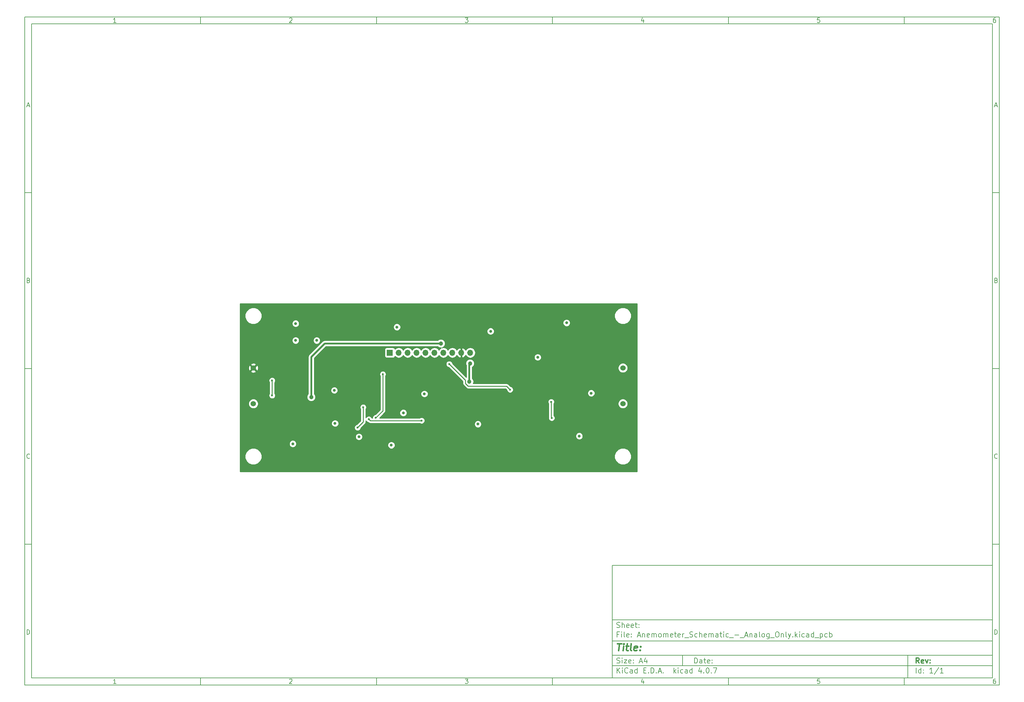
<source format=gbr>
G04 #@! TF.FileFunction,Copper,L2,Bot,Signal*
%FSLAX46Y46*%
G04 Gerber Fmt 4.6, Leading zero omitted, Abs format (unit mm)*
G04 Created by KiCad (PCBNEW 4.0.7) date Monday, February 19, 2018 'AMt' 09:37:46 AM*
%MOMM*%
%LPD*%
G01*
G04 APERTURE LIST*
%ADD10C,0.100000*%
%ADD11C,0.150000*%
%ADD12C,0.300000*%
%ADD13C,0.400000*%
%ADD14C,0.800000*%
%ADD15R,1.700000X1.700000*%
%ADD16O,1.700000X1.700000*%
%ADD17C,1.524000*%
%ADD18C,0.600000*%
%ADD19C,1.200000*%
%ADD20C,0.250000*%
%ADD21C,0.500000*%
%ADD22C,0.254000*%
G04 APERTURE END LIST*
D10*
D11*
X177002200Y-166007200D02*
X177002200Y-198007200D01*
X285002200Y-198007200D01*
X285002200Y-166007200D01*
X177002200Y-166007200D01*
D10*
D11*
X10000000Y-10000000D02*
X10000000Y-200007200D01*
X287002200Y-200007200D01*
X287002200Y-10000000D01*
X10000000Y-10000000D01*
D10*
D11*
X12000000Y-12000000D02*
X12000000Y-198007200D01*
X285002200Y-198007200D01*
X285002200Y-12000000D01*
X12000000Y-12000000D01*
D10*
D11*
X60000000Y-12000000D02*
X60000000Y-10000000D01*
D10*
D11*
X110000000Y-12000000D02*
X110000000Y-10000000D01*
D10*
D11*
X160000000Y-12000000D02*
X160000000Y-10000000D01*
D10*
D11*
X210000000Y-12000000D02*
X210000000Y-10000000D01*
D10*
D11*
X260000000Y-12000000D02*
X260000000Y-10000000D01*
D10*
D11*
X35990476Y-11588095D02*
X35247619Y-11588095D01*
X35619048Y-11588095D02*
X35619048Y-10288095D01*
X35495238Y-10473810D01*
X35371429Y-10597619D01*
X35247619Y-10659524D01*
D10*
D11*
X85247619Y-10411905D02*
X85309524Y-10350000D01*
X85433333Y-10288095D01*
X85742857Y-10288095D01*
X85866667Y-10350000D01*
X85928571Y-10411905D01*
X85990476Y-10535714D01*
X85990476Y-10659524D01*
X85928571Y-10845238D01*
X85185714Y-11588095D01*
X85990476Y-11588095D01*
D10*
D11*
X135185714Y-10288095D02*
X135990476Y-10288095D01*
X135557143Y-10783333D01*
X135742857Y-10783333D01*
X135866667Y-10845238D01*
X135928571Y-10907143D01*
X135990476Y-11030952D01*
X135990476Y-11340476D01*
X135928571Y-11464286D01*
X135866667Y-11526190D01*
X135742857Y-11588095D01*
X135371429Y-11588095D01*
X135247619Y-11526190D01*
X135185714Y-11464286D01*
D10*
D11*
X185866667Y-10721429D02*
X185866667Y-11588095D01*
X185557143Y-10226190D02*
X185247619Y-11154762D01*
X186052381Y-11154762D01*
D10*
D11*
X235928571Y-10288095D02*
X235309524Y-10288095D01*
X235247619Y-10907143D01*
X235309524Y-10845238D01*
X235433333Y-10783333D01*
X235742857Y-10783333D01*
X235866667Y-10845238D01*
X235928571Y-10907143D01*
X235990476Y-11030952D01*
X235990476Y-11340476D01*
X235928571Y-11464286D01*
X235866667Y-11526190D01*
X235742857Y-11588095D01*
X235433333Y-11588095D01*
X235309524Y-11526190D01*
X235247619Y-11464286D01*
D10*
D11*
X285866667Y-10288095D02*
X285619048Y-10288095D01*
X285495238Y-10350000D01*
X285433333Y-10411905D01*
X285309524Y-10597619D01*
X285247619Y-10845238D01*
X285247619Y-11340476D01*
X285309524Y-11464286D01*
X285371429Y-11526190D01*
X285495238Y-11588095D01*
X285742857Y-11588095D01*
X285866667Y-11526190D01*
X285928571Y-11464286D01*
X285990476Y-11340476D01*
X285990476Y-11030952D01*
X285928571Y-10907143D01*
X285866667Y-10845238D01*
X285742857Y-10783333D01*
X285495238Y-10783333D01*
X285371429Y-10845238D01*
X285309524Y-10907143D01*
X285247619Y-11030952D01*
D10*
D11*
X60000000Y-198007200D02*
X60000000Y-200007200D01*
D10*
D11*
X110000000Y-198007200D02*
X110000000Y-200007200D01*
D10*
D11*
X160000000Y-198007200D02*
X160000000Y-200007200D01*
D10*
D11*
X210000000Y-198007200D02*
X210000000Y-200007200D01*
D10*
D11*
X260000000Y-198007200D02*
X260000000Y-200007200D01*
D10*
D11*
X35990476Y-199595295D02*
X35247619Y-199595295D01*
X35619048Y-199595295D02*
X35619048Y-198295295D01*
X35495238Y-198481010D01*
X35371429Y-198604819D01*
X35247619Y-198666724D01*
D10*
D11*
X85247619Y-198419105D02*
X85309524Y-198357200D01*
X85433333Y-198295295D01*
X85742857Y-198295295D01*
X85866667Y-198357200D01*
X85928571Y-198419105D01*
X85990476Y-198542914D01*
X85990476Y-198666724D01*
X85928571Y-198852438D01*
X85185714Y-199595295D01*
X85990476Y-199595295D01*
D10*
D11*
X135185714Y-198295295D02*
X135990476Y-198295295D01*
X135557143Y-198790533D01*
X135742857Y-198790533D01*
X135866667Y-198852438D01*
X135928571Y-198914343D01*
X135990476Y-199038152D01*
X135990476Y-199347676D01*
X135928571Y-199471486D01*
X135866667Y-199533390D01*
X135742857Y-199595295D01*
X135371429Y-199595295D01*
X135247619Y-199533390D01*
X135185714Y-199471486D01*
D10*
D11*
X185866667Y-198728629D02*
X185866667Y-199595295D01*
X185557143Y-198233390D02*
X185247619Y-199161962D01*
X186052381Y-199161962D01*
D10*
D11*
X235928571Y-198295295D02*
X235309524Y-198295295D01*
X235247619Y-198914343D01*
X235309524Y-198852438D01*
X235433333Y-198790533D01*
X235742857Y-198790533D01*
X235866667Y-198852438D01*
X235928571Y-198914343D01*
X235990476Y-199038152D01*
X235990476Y-199347676D01*
X235928571Y-199471486D01*
X235866667Y-199533390D01*
X235742857Y-199595295D01*
X235433333Y-199595295D01*
X235309524Y-199533390D01*
X235247619Y-199471486D01*
D10*
D11*
X285866667Y-198295295D02*
X285619048Y-198295295D01*
X285495238Y-198357200D01*
X285433333Y-198419105D01*
X285309524Y-198604819D01*
X285247619Y-198852438D01*
X285247619Y-199347676D01*
X285309524Y-199471486D01*
X285371429Y-199533390D01*
X285495238Y-199595295D01*
X285742857Y-199595295D01*
X285866667Y-199533390D01*
X285928571Y-199471486D01*
X285990476Y-199347676D01*
X285990476Y-199038152D01*
X285928571Y-198914343D01*
X285866667Y-198852438D01*
X285742857Y-198790533D01*
X285495238Y-198790533D01*
X285371429Y-198852438D01*
X285309524Y-198914343D01*
X285247619Y-199038152D01*
D10*
D11*
X10000000Y-60000000D02*
X12000000Y-60000000D01*
D10*
D11*
X10000000Y-110000000D02*
X12000000Y-110000000D01*
D10*
D11*
X10000000Y-160000000D02*
X12000000Y-160000000D01*
D10*
D11*
X10690476Y-35216667D02*
X11309524Y-35216667D01*
X10566667Y-35588095D02*
X11000000Y-34288095D01*
X11433333Y-35588095D01*
D10*
D11*
X11092857Y-84907143D02*
X11278571Y-84969048D01*
X11340476Y-85030952D01*
X11402381Y-85154762D01*
X11402381Y-85340476D01*
X11340476Y-85464286D01*
X11278571Y-85526190D01*
X11154762Y-85588095D01*
X10659524Y-85588095D01*
X10659524Y-84288095D01*
X11092857Y-84288095D01*
X11216667Y-84350000D01*
X11278571Y-84411905D01*
X11340476Y-84535714D01*
X11340476Y-84659524D01*
X11278571Y-84783333D01*
X11216667Y-84845238D01*
X11092857Y-84907143D01*
X10659524Y-84907143D01*
D10*
D11*
X11402381Y-135464286D02*
X11340476Y-135526190D01*
X11154762Y-135588095D01*
X11030952Y-135588095D01*
X10845238Y-135526190D01*
X10721429Y-135402381D01*
X10659524Y-135278571D01*
X10597619Y-135030952D01*
X10597619Y-134845238D01*
X10659524Y-134597619D01*
X10721429Y-134473810D01*
X10845238Y-134350000D01*
X11030952Y-134288095D01*
X11154762Y-134288095D01*
X11340476Y-134350000D01*
X11402381Y-134411905D01*
D10*
D11*
X10659524Y-185588095D02*
X10659524Y-184288095D01*
X10969048Y-184288095D01*
X11154762Y-184350000D01*
X11278571Y-184473810D01*
X11340476Y-184597619D01*
X11402381Y-184845238D01*
X11402381Y-185030952D01*
X11340476Y-185278571D01*
X11278571Y-185402381D01*
X11154762Y-185526190D01*
X10969048Y-185588095D01*
X10659524Y-185588095D01*
D10*
D11*
X287002200Y-60000000D02*
X285002200Y-60000000D01*
D10*
D11*
X287002200Y-110000000D02*
X285002200Y-110000000D01*
D10*
D11*
X287002200Y-160000000D02*
X285002200Y-160000000D01*
D10*
D11*
X285692676Y-35216667D02*
X286311724Y-35216667D01*
X285568867Y-35588095D02*
X286002200Y-34288095D01*
X286435533Y-35588095D01*
D10*
D11*
X286095057Y-84907143D02*
X286280771Y-84969048D01*
X286342676Y-85030952D01*
X286404581Y-85154762D01*
X286404581Y-85340476D01*
X286342676Y-85464286D01*
X286280771Y-85526190D01*
X286156962Y-85588095D01*
X285661724Y-85588095D01*
X285661724Y-84288095D01*
X286095057Y-84288095D01*
X286218867Y-84350000D01*
X286280771Y-84411905D01*
X286342676Y-84535714D01*
X286342676Y-84659524D01*
X286280771Y-84783333D01*
X286218867Y-84845238D01*
X286095057Y-84907143D01*
X285661724Y-84907143D01*
D10*
D11*
X286404581Y-135464286D02*
X286342676Y-135526190D01*
X286156962Y-135588095D01*
X286033152Y-135588095D01*
X285847438Y-135526190D01*
X285723629Y-135402381D01*
X285661724Y-135278571D01*
X285599819Y-135030952D01*
X285599819Y-134845238D01*
X285661724Y-134597619D01*
X285723629Y-134473810D01*
X285847438Y-134350000D01*
X286033152Y-134288095D01*
X286156962Y-134288095D01*
X286342676Y-134350000D01*
X286404581Y-134411905D01*
D10*
D11*
X285661724Y-185588095D02*
X285661724Y-184288095D01*
X285971248Y-184288095D01*
X286156962Y-184350000D01*
X286280771Y-184473810D01*
X286342676Y-184597619D01*
X286404581Y-184845238D01*
X286404581Y-185030952D01*
X286342676Y-185278571D01*
X286280771Y-185402381D01*
X286156962Y-185526190D01*
X285971248Y-185588095D01*
X285661724Y-185588095D01*
D10*
D11*
X200359343Y-193785771D02*
X200359343Y-192285771D01*
X200716486Y-192285771D01*
X200930771Y-192357200D01*
X201073629Y-192500057D01*
X201145057Y-192642914D01*
X201216486Y-192928629D01*
X201216486Y-193142914D01*
X201145057Y-193428629D01*
X201073629Y-193571486D01*
X200930771Y-193714343D01*
X200716486Y-193785771D01*
X200359343Y-193785771D01*
X202502200Y-193785771D02*
X202502200Y-193000057D01*
X202430771Y-192857200D01*
X202287914Y-192785771D01*
X202002200Y-192785771D01*
X201859343Y-192857200D01*
X202502200Y-193714343D02*
X202359343Y-193785771D01*
X202002200Y-193785771D01*
X201859343Y-193714343D01*
X201787914Y-193571486D01*
X201787914Y-193428629D01*
X201859343Y-193285771D01*
X202002200Y-193214343D01*
X202359343Y-193214343D01*
X202502200Y-193142914D01*
X203002200Y-192785771D02*
X203573629Y-192785771D01*
X203216486Y-192285771D02*
X203216486Y-193571486D01*
X203287914Y-193714343D01*
X203430772Y-193785771D01*
X203573629Y-193785771D01*
X204645057Y-193714343D02*
X204502200Y-193785771D01*
X204216486Y-193785771D01*
X204073629Y-193714343D01*
X204002200Y-193571486D01*
X204002200Y-193000057D01*
X204073629Y-192857200D01*
X204216486Y-192785771D01*
X204502200Y-192785771D01*
X204645057Y-192857200D01*
X204716486Y-193000057D01*
X204716486Y-193142914D01*
X204002200Y-193285771D01*
X205359343Y-193642914D02*
X205430771Y-193714343D01*
X205359343Y-193785771D01*
X205287914Y-193714343D01*
X205359343Y-193642914D01*
X205359343Y-193785771D01*
X205359343Y-192857200D02*
X205430771Y-192928629D01*
X205359343Y-193000057D01*
X205287914Y-192928629D01*
X205359343Y-192857200D01*
X205359343Y-193000057D01*
D10*
D11*
X177002200Y-194507200D02*
X285002200Y-194507200D01*
D10*
D11*
X178359343Y-196585771D02*
X178359343Y-195085771D01*
X179216486Y-196585771D02*
X178573629Y-195728629D01*
X179216486Y-195085771D02*
X178359343Y-195942914D01*
X179859343Y-196585771D02*
X179859343Y-195585771D01*
X179859343Y-195085771D02*
X179787914Y-195157200D01*
X179859343Y-195228629D01*
X179930771Y-195157200D01*
X179859343Y-195085771D01*
X179859343Y-195228629D01*
X181430772Y-196442914D02*
X181359343Y-196514343D01*
X181145057Y-196585771D01*
X181002200Y-196585771D01*
X180787915Y-196514343D01*
X180645057Y-196371486D01*
X180573629Y-196228629D01*
X180502200Y-195942914D01*
X180502200Y-195728629D01*
X180573629Y-195442914D01*
X180645057Y-195300057D01*
X180787915Y-195157200D01*
X181002200Y-195085771D01*
X181145057Y-195085771D01*
X181359343Y-195157200D01*
X181430772Y-195228629D01*
X182716486Y-196585771D02*
X182716486Y-195800057D01*
X182645057Y-195657200D01*
X182502200Y-195585771D01*
X182216486Y-195585771D01*
X182073629Y-195657200D01*
X182716486Y-196514343D02*
X182573629Y-196585771D01*
X182216486Y-196585771D01*
X182073629Y-196514343D01*
X182002200Y-196371486D01*
X182002200Y-196228629D01*
X182073629Y-196085771D01*
X182216486Y-196014343D01*
X182573629Y-196014343D01*
X182716486Y-195942914D01*
X184073629Y-196585771D02*
X184073629Y-195085771D01*
X184073629Y-196514343D02*
X183930772Y-196585771D01*
X183645058Y-196585771D01*
X183502200Y-196514343D01*
X183430772Y-196442914D01*
X183359343Y-196300057D01*
X183359343Y-195871486D01*
X183430772Y-195728629D01*
X183502200Y-195657200D01*
X183645058Y-195585771D01*
X183930772Y-195585771D01*
X184073629Y-195657200D01*
X185930772Y-195800057D02*
X186430772Y-195800057D01*
X186645058Y-196585771D02*
X185930772Y-196585771D01*
X185930772Y-195085771D01*
X186645058Y-195085771D01*
X187287915Y-196442914D02*
X187359343Y-196514343D01*
X187287915Y-196585771D01*
X187216486Y-196514343D01*
X187287915Y-196442914D01*
X187287915Y-196585771D01*
X188002201Y-196585771D02*
X188002201Y-195085771D01*
X188359344Y-195085771D01*
X188573629Y-195157200D01*
X188716487Y-195300057D01*
X188787915Y-195442914D01*
X188859344Y-195728629D01*
X188859344Y-195942914D01*
X188787915Y-196228629D01*
X188716487Y-196371486D01*
X188573629Y-196514343D01*
X188359344Y-196585771D01*
X188002201Y-196585771D01*
X189502201Y-196442914D02*
X189573629Y-196514343D01*
X189502201Y-196585771D01*
X189430772Y-196514343D01*
X189502201Y-196442914D01*
X189502201Y-196585771D01*
X190145058Y-196157200D02*
X190859344Y-196157200D01*
X190002201Y-196585771D02*
X190502201Y-195085771D01*
X191002201Y-196585771D01*
X191502201Y-196442914D02*
X191573629Y-196514343D01*
X191502201Y-196585771D01*
X191430772Y-196514343D01*
X191502201Y-196442914D01*
X191502201Y-196585771D01*
X194502201Y-196585771D02*
X194502201Y-195085771D01*
X194645058Y-196014343D02*
X195073629Y-196585771D01*
X195073629Y-195585771D02*
X194502201Y-196157200D01*
X195716487Y-196585771D02*
X195716487Y-195585771D01*
X195716487Y-195085771D02*
X195645058Y-195157200D01*
X195716487Y-195228629D01*
X195787915Y-195157200D01*
X195716487Y-195085771D01*
X195716487Y-195228629D01*
X197073630Y-196514343D02*
X196930773Y-196585771D01*
X196645059Y-196585771D01*
X196502201Y-196514343D01*
X196430773Y-196442914D01*
X196359344Y-196300057D01*
X196359344Y-195871486D01*
X196430773Y-195728629D01*
X196502201Y-195657200D01*
X196645059Y-195585771D01*
X196930773Y-195585771D01*
X197073630Y-195657200D01*
X198359344Y-196585771D02*
X198359344Y-195800057D01*
X198287915Y-195657200D01*
X198145058Y-195585771D01*
X197859344Y-195585771D01*
X197716487Y-195657200D01*
X198359344Y-196514343D02*
X198216487Y-196585771D01*
X197859344Y-196585771D01*
X197716487Y-196514343D01*
X197645058Y-196371486D01*
X197645058Y-196228629D01*
X197716487Y-196085771D01*
X197859344Y-196014343D01*
X198216487Y-196014343D01*
X198359344Y-195942914D01*
X199716487Y-196585771D02*
X199716487Y-195085771D01*
X199716487Y-196514343D02*
X199573630Y-196585771D01*
X199287916Y-196585771D01*
X199145058Y-196514343D01*
X199073630Y-196442914D01*
X199002201Y-196300057D01*
X199002201Y-195871486D01*
X199073630Y-195728629D01*
X199145058Y-195657200D01*
X199287916Y-195585771D01*
X199573630Y-195585771D01*
X199716487Y-195657200D01*
X202216487Y-195585771D02*
X202216487Y-196585771D01*
X201859344Y-195014343D02*
X201502201Y-196085771D01*
X202430773Y-196085771D01*
X203002201Y-196442914D02*
X203073629Y-196514343D01*
X203002201Y-196585771D01*
X202930772Y-196514343D01*
X203002201Y-196442914D01*
X203002201Y-196585771D01*
X204002201Y-195085771D02*
X204145058Y-195085771D01*
X204287915Y-195157200D01*
X204359344Y-195228629D01*
X204430773Y-195371486D01*
X204502201Y-195657200D01*
X204502201Y-196014343D01*
X204430773Y-196300057D01*
X204359344Y-196442914D01*
X204287915Y-196514343D01*
X204145058Y-196585771D01*
X204002201Y-196585771D01*
X203859344Y-196514343D01*
X203787915Y-196442914D01*
X203716487Y-196300057D01*
X203645058Y-196014343D01*
X203645058Y-195657200D01*
X203716487Y-195371486D01*
X203787915Y-195228629D01*
X203859344Y-195157200D01*
X204002201Y-195085771D01*
X205145058Y-196442914D02*
X205216486Y-196514343D01*
X205145058Y-196585771D01*
X205073629Y-196514343D01*
X205145058Y-196442914D01*
X205145058Y-196585771D01*
X205716487Y-195085771D02*
X206716487Y-195085771D01*
X206073630Y-196585771D01*
D10*
D11*
X177002200Y-191507200D02*
X285002200Y-191507200D01*
D10*
D12*
X264216486Y-193785771D02*
X263716486Y-193071486D01*
X263359343Y-193785771D02*
X263359343Y-192285771D01*
X263930771Y-192285771D01*
X264073629Y-192357200D01*
X264145057Y-192428629D01*
X264216486Y-192571486D01*
X264216486Y-192785771D01*
X264145057Y-192928629D01*
X264073629Y-193000057D01*
X263930771Y-193071486D01*
X263359343Y-193071486D01*
X265430771Y-193714343D02*
X265287914Y-193785771D01*
X265002200Y-193785771D01*
X264859343Y-193714343D01*
X264787914Y-193571486D01*
X264787914Y-193000057D01*
X264859343Y-192857200D01*
X265002200Y-192785771D01*
X265287914Y-192785771D01*
X265430771Y-192857200D01*
X265502200Y-193000057D01*
X265502200Y-193142914D01*
X264787914Y-193285771D01*
X266002200Y-192785771D02*
X266359343Y-193785771D01*
X266716485Y-192785771D01*
X267287914Y-193642914D02*
X267359342Y-193714343D01*
X267287914Y-193785771D01*
X267216485Y-193714343D01*
X267287914Y-193642914D01*
X267287914Y-193785771D01*
X267287914Y-192857200D02*
X267359342Y-192928629D01*
X267287914Y-193000057D01*
X267216485Y-192928629D01*
X267287914Y-192857200D01*
X267287914Y-193000057D01*
D10*
D11*
X178287914Y-193714343D02*
X178502200Y-193785771D01*
X178859343Y-193785771D01*
X179002200Y-193714343D01*
X179073629Y-193642914D01*
X179145057Y-193500057D01*
X179145057Y-193357200D01*
X179073629Y-193214343D01*
X179002200Y-193142914D01*
X178859343Y-193071486D01*
X178573629Y-193000057D01*
X178430771Y-192928629D01*
X178359343Y-192857200D01*
X178287914Y-192714343D01*
X178287914Y-192571486D01*
X178359343Y-192428629D01*
X178430771Y-192357200D01*
X178573629Y-192285771D01*
X178930771Y-192285771D01*
X179145057Y-192357200D01*
X179787914Y-193785771D02*
X179787914Y-192785771D01*
X179787914Y-192285771D02*
X179716485Y-192357200D01*
X179787914Y-192428629D01*
X179859342Y-192357200D01*
X179787914Y-192285771D01*
X179787914Y-192428629D01*
X180359343Y-192785771D02*
X181145057Y-192785771D01*
X180359343Y-193785771D01*
X181145057Y-193785771D01*
X182287914Y-193714343D02*
X182145057Y-193785771D01*
X181859343Y-193785771D01*
X181716486Y-193714343D01*
X181645057Y-193571486D01*
X181645057Y-193000057D01*
X181716486Y-192857200D01*
X181859343Y-192785771D01*
X182145057Y-192785771D01*
X182287914Y-192857200D01*
X182359343Y-193000057D01*
X182359343Y-193142914D01*
X181645057Y-193285771D01*
X183002200Y-193642914D02*
X183073628Y-193714343D01*
X183002200Y-193785771D01*
X182930771Y-193714343D01*
X183002200Y-193642914D01*
X183002200Y-193785771D01*
X183002200Y-192857200D02*
X183073628Y-192928629D01*
X183002200Y-193000057D01*
X182930771Y-192928629D01*
X183002200Y-192857200D01*
X183002200Y-193000057D01*
X184787914Y-193357200D02*
X185502200Y-193357200D01*
X184645057Y-193785771D02*
X185145057Y-192285771D01*
X185645057Y-193785771D01*
X186787914Y-192785771D02*
X186787914Y-193785771D01*
X186430771Y-192214343D02*
X186073628Y-193285771D01*
X187002200Y-193285771D01*
D10*
D11*
X263359343Y-196585771D02*
X263359343Y-195085771D01*
X264716486Y-196585771D02*
X264716486Y-195085771D01*
X264716486Y-196514343D02*
X264573629Y-196585771D01*
X264287915Y-196585771D01*
X264145057Y-196514343D01*
X264073629Y-196442914D01*
X264002200Y-196300057D01*
X264002200Y-195871486D01*
X264073629Y-195728629D01*
X264145057Y-195657200D01*
X264287915Y-195585771D01*
X264573629Y-195585771D01*
X264716486Y-195657200D01*
X265430772Y-196442914D02*
X265502200Y-196514343D01*
X265430772Y-196585771D01*
X265359343Y-196514343D01*
X265430772Y-196442914D01*
X265430772Y-196585771D01*
X265430772Y-195657200D02*
X265502200Y-195728629D01*
X265430772Y-195800057D01*
X265359343Y-195728629D01*
X265430772Y-195657200D01*
X265430772Y-195800057D01*
X268073629Y-196585771D02*
X267216486Y-196585771D01*
X267645058Y-196585771D02*
X267645058Y-195085771D01*
X267502201Y-195300057D01*
X267359343Y-195442914D01*
X267216486Y-195514343D01*
X269787914Y-195014343D02*
X268502200Y-196942914D01*
X271073629Y-196585771D02*
X270216486Y-196585771D01*
X270645058Y-196585771D02*
X270645058Y-195085771D01*
X270502201Y-195300057D01*
X270359343Y-195442914D01*
X270216486Y-195514343D01*
D10*
D11*
X177002200Y-187507200D02*
X285002200Y-187507200D01*
D10*
D13*
X178454581Y-188211962D02*
X179597438Y-188211962D01*
X178776010Y-190211962D02*
X179026010Y-188211962D01*
X180014105Y-190211962D02*
X180180771Y-188878629D01*
X180264105Y-188211962D02*
X180156962Y-188307200D01*
X180240295Y-188402438D01*
X180347439Y-188307200D01*
X180264105Y-188211962D01*
X180240295Y-188402438D01*
X180847438Y-188878629D02*
X181609343Y-188878629D01*
X181216486Y-188211962D02*
X181002200Y-189926248D01*
X181073630Y-190116724D01*
X181252201Y-190211962D01*
X181442677Y-190211962D01*
X182395058Y-190211962D02*
X182216487Y-190116724D01*
X182145057Y-189926248D01*
X182359343Y-188211962D01*
X183930772Y-190116724D02*
X183728391Y-190211962D01*
X183347439Y-190211962D01*
X183168867Y-190116724D01*
X183097438Y-189926248D01*
X183192676Y-189164343D01*
X183311724Y-188973867D01*
X183514105Y-188878629D01*
X183895057Y-188878629D01*
X184073629Y-188973867D01*
X184145057Y-189164343D01*
X184121248Y-189354819D01*
X183145057Y-189545295D01*
X184895057Y-190021486D02*
X184978392Y-190116724D01*
X184871248Y-190211962D01*
X184787915Y-190116724D01*
X184895057Y-190021486D01*
X184871248Y-190211962D01*
X185026010Y-188973867D02*
X185109344Y-189069105D01*
X185002200Y-189164343D01*
X184918867Y-189069105D01*
X185026010Y-188973867D01*
X185002200Y-189164343D01*
D10*
D11*
X178859343Y-185600057D02*
X178359343Y-185600057D01*
X178359343Y-186385771D02*
X178359343Y-184885771D01*
X179073629Y-184885771D01*
X179645057Y-186385771D02*
X179645057Y-185385771D01*
X179645057Y-184885771D02*
X179573628Y-184957200D01*
X179645057Y-185028629D01*
X179716485Y-184957200D01*
X179645057Y-184885771D01*
X179645057Y-185028629D01*
X180573629Y-186385771D02*
X180430771Y-186314343D01*
X180359343Y-186171486D01*
X180359343Y-184885771D01*
X181716485Y-186314343D02*
X181573628Y-186385771D01*
X181287914Y-186385771D01*
X181145057Y-186314343D01*
X181073628Y-186171486D01*
X181073628Y-185600057D01*
X181145057Y-185457200D01*
X181287914Y-185385771D01*
X181573628Y-185385771D01*
X181716485Y-185457200D01*
X181787914Y-185600057D01*
X181787914Y-185742914D01*
X181073628Y-185885771D01*
X182430771Y-186242914D02*
X182502199Y-186314343D01*
X182430771Y-186385771D01*
X182359342Y-186314343D01*
X182430771Y-186242914D01*
X182430771Y-186385771D01*
X182430771Y-185457200D02*
X182502199Y-185528629D01*
X182430771Y-185600057D01*
X182359342Y-185528629D01*
X182430771Y-185457200D01*
X182430771Y-185600057D01*
X184216485Y-185957200D02*
X184930771Y-185957200D01*
X184073628Y-186385771D02*
X184573628Y-184885771D01*
X185073628Y-186385771D01*
X185573628Y-185385771D02*
X185573628Y-186385771D01*
X185573628Y-185528629D02*
X185645056Y-185457200D01*
X185787914Y-185385771D01*
X186002199Y-185385771D01*
X186145056Y-185457200D01*
X186216485Y-185600057D01*
X186216485Y-186385771D01*
X187502199Y-186314343D02*
X187359342Y-186385771D01*
X187073628Y-186385771D01*
X186930771Y-186314343D01*
X186859342Y-186171486D01*
X186859342Y-185600057D01*
X186930771Y-185457200D01*
X187073628Y-185385771D01*
X187359342Y-185385771D01*
X187502199Y-185457200D01*
X187573628Y-185600057D01*
X187573628Y-185742914D01*
X186859342Y-185885771D01*
X188216485Y-186385771D02*
X188216485Y-185385771D01*
X188216485Y-185528629D02*
X188287913Y-185457200D01*
X188430771Y-185385771D01*
X188645056Y-185385771D01*
X188787913Y-185457200D01*
X188859342Y-185600057D01*
X188859342Y-186385771D01*
X188859342Y-185600057D02*
X188930771Y-185457200D01*
X189073628Y-185385771D01*
X189287913Y-185385771D01*
X189430771Y-185457200D01*
X189502199Y-185600057D01*
X189502199Y-186385771D01*
X190430771Y-186385771D02*
X190287913Y-186314343D01*
X190216485Y-186242914D01*
X190145056Y-186100057D01*
X190145056Y-185671486D01*
X190216485Y-185528629D01*
X190287913Y-185457200D01*
X190430771Y-185385771D01*
X190645056Y-185385771D01*
X190787913Y-185457200D01*
X190859342Y-185528629D01*
X190930771Y-185671486D01*
X190930771Y-186100057D01*
X190859342Y-186242914D01*
X190787913Y-186314343D01*
X190645056Y-186385771D01*
X190430771Y-186385771D01*
X191573628Y-186385771D02*
X191573628Y-185385771D01*
X191573628Y-185528629D02*
X191645056Y-185457200D01*
X191787914Y-185385771D01*
X192002199Y-185385771D01*
X192145056Y-185457200D01*
X192216485Y-185600057D01*
X192216485Y-186385771D01*
X192216485Y-185600057D02*
X192287914Y-185457200D01*
X192430771Y-185385771D01*
X192645056Y-185385771D01*
X192787914Y-185457200D01*
X192859342Y-185600057D01*
X192859342Y-186385771D01*
X194145056Y-186314343D02*
X194002199Y-186385771D01*
X193716485Y-186385771D01*
X193573628Y-186314343D01*
X193502199Y-186171486D01*
X193502199Y-185600057D01*
X193573628Y-185457200D01*
X193716485Y-185385771D01*
X194002199Y-185385771D01*
X194145056Y-185457200D01*
X194216485Y-185600057D01*
X194216485Y-185742914D01*
X193502199Y-185885771D01*
X194645056Y-185385771D02*
X195216485Y-185385771D01*
X194859342Y-184885771D02*
X194859342Y-186171486D01*
X194930770Y-186314343D01*
X195073628Y-186385771D01*
X195216485Y-186385771D01*
X196287913Y-186314343D02*
X196145056Y-186385771D01*
X195859342Y-186385771D01*
X195716485Y-186314343D01*
X195645056Y-186171486D01*
X195645056Y-185600057D01*
X195716485Y-185457200D01*
X195859342Y-185385771D01*
X196145056Y-185385771D01*
X196287913Y-185457200D01*
X196359342Y-185600057D01*
X196359342Y-185742914D01*
X195645056Y-185885771D01*
X197002199Y-186385771D02*
X197002199Y-185385771D01*
X197002199Y-185671486D02*
X197073627Y-185528629D01*
X197145056Y-185457200D01*
X197287913Y-185385771D01*
X197430770Y-185385771D01*
X197573627Y-186528629D02*
X198716484Y-186528629D01*
X199002198Y-186314343D02*
X199216484Y-186385771D01*
X199573627Y-186385771D01*
X199716484Y-186314343D01*
X199787913Y-186242914D01*
X199859341Y-186100057D01*
X199859341Y-185957200D01*
X199787913Y-185814343D01*
X199716484Y-185742914D01*
X199573627Y-185671486D01*
X199287913Y-185600057D01*
X199145055Y-185528629D01*
X199073627Y-185457200D01*
X199002198Y-185314343D01*
X199002198Y-185171486D01*
X199073627Y-185028629D01*
X199145055Y-184957200D01*
X199287913Y-184885771D01*
X199645055Y-184885771D01*
X199859341Y-184957200D01*
X201145055Y-186314343D02*
X201002198Y-186385771D01*
X200716484Y-186385771D01*
X200573626Y-186314343D01*
X200502198Y-186242914D01*
X200430769Y-186100057D01*
X200430769Y-185671486D01*
X200502198Y-185528629D01*
X200573626Y-185457200D01*
X200716484Y-185385771D01*
X201002198Y-185385771D01*
X201145055Y-185457200D01*
X201787912Y-186385771D02*
X201787912Y-184885771D01*
X202430769Y-186385771D02*
X202430769Y-185600057D01*
X202359340Y-185457200D01*
X202216483Y-185385771D01*
X202002198Y-185385771D01*
X201859340Y-185457200D01*
X201787912Y-185528629D01*
X203716483Y-186314343D02*
X203573626Y-186385771D01*
X203287912Y-186385771D01*
X203145055Y-186314343D01*
X203073626Y-186171486D01*
X203073626Y-185600057D01*
X203145055Y-185457200D01*
X203287912Y-185385771D01*
X203573626Y-185385771D01*
X203716483Y-185457200D01*
X203787912Y-185600057D01*
X203787912Y-185742914D01*
X203073626Y-185885771D01*
X204430769Y-186385771D02*
X204430769Y-185385771D01*
X204430769Y-185528629D02*
X204502197Y-185457200D01*
X204645055Y-185385771D01*
X204859340Y-185385771D01*
X205002197Y-185457200D01*
X205073626Y-185600057D01*
X205073626Y-186385771D01*
X205073626Y-185600057D02*
X205145055Y-185457200D01*
X205287912Y-185385771D01*
X205502197Y-185385771D01*
X205645055Y-185457200D01*
X205716483Y-185600057D01*
X205716483Y-186385771D01*
X207073626Y-186385771D02*
X207073626Y-185600057D01*
X207002197Y-185457200D01*
X206859340Y-185385771D01*
X206573626Y-185385771D01*
X206430769Y-185457200D01*
X207073626Y-186314343D02*
X206930769Y-186385771D01*
X206573626Y-186385771D01*
X206430769Y-186314343D01*
X206359340Y-186171486D01*
X206359340Y-186028629D01*
X206430769Y-185885771D01*
X206573626Y-185814343D01*
X206930769Y-185814343D01*
X207073626Y-185742914D01*
X207573626Y-185385771D02*
X208145055Y-185385771D01*
X207787912Y-184885771D02*
X207787912Y-186171486D01*
X207859340Y-186314343D01*
X208002198Y-186385771D01*
X208145055Y-186385771D01*
X208645055Y-186385771D02*
X208645055Y-185385771D01*
X208645055Y-184885771D02*
X208573626Y-184957200D01*
X208645055Y-185028629D01*
X208716483Y-184957200D01*
X208645055Y-184885771D01*
X208645055Y-185028629D01*
X210002198Y-186314343D02*
X209859341Y-186385771D01*
X209573627Y-186385771D01*
X209430769Y-186314343D01*
X209359341Y-186242914D01*
X209287912Y-186100057D01*
X209287912Y-185671486D01*
X209359341Y-185528629D01*
X209430769Y-185457200D01*
X209573627Y-185385771D01*
X209859341Y-185385771D01*
X210002198Y-185457200D01*
X210287912Y-186528629D02*
X211430769Y-186528629D01*
X211787912Y-185814343D02*
X212930769Y-185814343D01*
X213287912Y-186528629D02*
X214430769Y-186528629D01*
X214716483Y-185957200D02*
X215430769Y-185957200D01*
X214573626Y-186385771D02*
X215073626Y-184885771D01*
X215573626Y-186385771D01*
X216073626Y-185385771D02*
X216073626Y-186385771D01*
X216073626Y-185528629D02*
X216145054Y-185457200D01*
X216287912Y-185385771D01*
X216502197Y-185385771D01*
X216645054Y-185457200D01*
X216716483Y-185600057D01*
X216716483Y-186385771D01*
X218073626Y-186385771D02*
X218073626Y-185600057D01*
X218002197Y-185457200D01*
X217859340Y-185385771D01*
X217573626Y-185385771D01*
X217430769Y-185457200D01*
X218073626Y-186314343D02*
X217930769Y-186385771D01*
X217573626Y-186385771D01*
X217430769Y-186314343D01*
X217359340Y-186171486D01*
X217359340Y-186028629D01*
X217430769Y-185885771D01*
X217573626Y-185814343D01*
X217930769Y-185814343D01*
X218073626Y-185742914D01*
X219002198Y-186385771D02*
X218859340Y-186314343D01*
X218787912Y-186171486D01*
X218787912Y-184885771D01*
X219787912Y-186385771D02*
X219645054Y-186314343D01*
X219573626Y-186242914D01*
X219502197Y-186100057D01*
X219502197Y-185671486D01*
X219573626Y-185528629D01*
X219645054Y-185457200D01*
X219787912Y-185385771D01*
X220002197Y-185385771D01*
X220145054Y-185457200D01*
X220216483Y-185528629D01*
X220287912Y-185671486D01*
X220287912Y-186100057D01*
X220216483Y-186242914D01*
X220145054Y-186314343D01*
X220002197Y-186385771D01*
X219787912Y-186385771D01*
X221573626Y-185385771D02*
X221573626Y-186600057D01*
X221502197Y-186742914D01*
X221430769Y-186814343D01*
X221287912Y-186885771D01*
X221073626Y-186885771D01*
X220930769Y-186814343D01*
X221573626Y-186314343D02*
X221430769Y-186385771D01*
X221145055Y-186385771D01*
X221002197Y-186314343D01*
X220930769Y-186242914D01*
X220859340Y-186100057D01*
X220859340Y-185671486D01*
X220930769Y-185528629D01*
X221002197Y-185457200D01*
X221145055Y-185385771D01*
X221430769Y-185385771D01*
X221573626Y-185457200D01*
X221930769Y-186528629D02*
X223073626Y-186528629D01*
X223716483Y-184885771D02*
X224002197Y-184885771D01*
X224145055Y-184957200D01*
X224287912Y-185100057D01*
X224359340Y-185385771D01*
X224359340Y-185885771D01*
X224287912Y-186171486D01*
X224145055Y-186314343D01*
X224002197Y-186385771D01*
X223716483Y-186385771D01*
X223573626Y-186314343D01*
X223430769Y-186171486D01*
X223359340Y-185885771D01*
X223359340Y-185385771D01*
X223430769Y-185100057D01*
X223573626Y-184957200D01*
X223716483Y-184885771D01*
X225002198Y-185385771D02*
X225002198Y-186385771D01*
X225002198Y-185528629D02*
X225073626Y-185457200D01*
X225216484Y-185385771D01*
X225430769Y-185385771D01*
X225573626Y-185457200D01*
X225645055Y-185600057D01*
X225645055Y-186385771D01*
X226573627Y-186385771D02*
X226430769Y-186314343D01*
X226359341Y-186171486D01*
X226359341Y-184885771D01*
X227002198Y-185385771D02*
X227359341Y-186385771D01*
X227716483Y-185385771D02*
X227359341Y-186385771D01*
X227216483Y-186742914D01*
X227145055Y-186814343D01*
X227002198Y-186885771D01*
X228287912Y-186242914D02*
X228359340Y-186314343D01*
X228287912Y-186385771D01*
X228216483Y-186314343D01*
X228287912Y-186242914D01*
X228287912Y-186385771D01*
X229002198Y-186385771D02*
X229002198Y-184885771D01*
X229145055Y-185814343D02*
X229573626Y-186385771D01*
X229573626Y-185385771D02*
X229002198Y-185957200D01*
X230216484Y-186385771D02*
X230216484Y-185385771D01*
X230216484Y-184885771D02*
X230145055Y-184957200D01*
X230216484Y-185028629D01*
X230287912Y-184957200D01*
X230216484Y-184885771D01*
X230216484Y-185028629D01*
X231573627Y-186314343D02*
X231430770Y-186385771D01*
X231145056Y-186385771D01*
X231002198Y-186314343D01*
X230930770Y-186242914D01*
X230859341Y-186100057D01*
X230859341Y-185671486D01*
X230930770Y-185528629D01*
X231002198Y-185457200D01*
X231145056Y-185385771D01*
X231430770Y-185385771D01*
X231573627Y-185457200D01*
X232859341Y-186385771D02*
X232859341Y-185600057D01*
X232787912Y-185457200D01*
X232645055Y-185385771D01*
X232359341Y-185385771D01*
X232216484Y-185457200D01*
X232859341Y-186314343D02*
X232716484Y-186385771D01*
X232359341Y-186385771D01*
X232216484Y-186314343D01*
X232145055Y-186171486D01*
X232145055Y-186028629D01*
X232216484Y-185885771D01*
X232359341Y-185814343D01*
X232716484Y-185814343D01*
X232859341Y-185742914D01*
X234216484Y-186385771D02*
X234216484Y-184885771D01*
X234216484Y-186314343D02*
X234073627Y-186385771D01*
X233787913Y-186385771D01*
X233645055Y-186314343D01*
X233573627Y-186242914D01*
X233502198Y-186100057D01*
X233502198Y-185671486D01*
X233573627Y-185528629D01*
X233645055Y-185457200D01*
X233787913Y-185385771D01*
X234073627Y-185385771D01*
X234216484Y-185457200D01*
X234573627Y-186528629D02*
X235716484Y-186528629D01*
X236073627Y-185385771D02*
X236073627Y-186885771D01*
X236073627Y-185457200D02*
X236216484Y-185385771D01*
X236502198Y-185385771D01*
X236645055Y-185457200D01*
X236716484Y-185528629D01*
X236787913Y-185671486D01*
X236787913Y-186100057D01*
X236716484Y-186242914D01*
X236645055Y-186314343D01*
X236502198Y-186385771D01*
X236216484Y-186385771D01*
X236073627Y-186314343D01*
X238073627Y-186314343D02*
X237930770Y-186385771D01*
X237645056Y-186385771D01*
X237502198Y-186314343D01*
X237430770Y-186242914D01*
X237359341Y-186100057D01*
X237359341Y-185671486D01*
X237430770Y-185528629D01*
X237502198Y-185457200D01*
X237645056Y-185385771D01*
X237930770Y-185385771D01*
X238073627Y-185457200D01*
X238716484Y-186385771D02*
X238716484Y-184885771D01*
X238716484Y-185457200D02*
X238859341Y-185385771D01*
X239145055Y-185385771D01*
X239287912Y-185457200D01*
X239359341Y-185528629D01*
X239430770Y-185671486D01*
X239430770Y-186100057D01*
X239359341Y-186242914D01*
X239287912Y-186314343D01*
X239145055Y-186385771D01*
X238859341Y-186385771D01*
X238716484Y-186314343D01*
D10*
D11*
X177002200Y-181507200D02*
X285002200Y-181507200D01*
D10*
D11*
X178287914Y-183614343D02*
X178502200Y-183685771D01*
X178859343Y-183685771D01*
X179002200Y-183614343D01*
X179073629Y-183542914D01*
X179145057Y-183400057D01*
X179145057Y-183257200D01*
X179073629Y-183114343D01*
X179002200Y-183042914D01*
X178859343Y-182971486D01*
X178573629Y-182900057D01*
X178430771Y-182828629D01*
X178359343Y-182757200D01*
X178287914Y-182614343D01*
X178287914Y-182471486D01*
X178359343Y-182328629D01*
X178430771Y-182257200D01*
X178573629Y-182185771D01*
X178930771Y-182185771D01*
X179145057Y-182257200D01*
X179787914Y-183685771D02*
X179787914Y-182185771D01*
X180430771Y-183685771D02*
X180430771Y-182900057D01*
X180359342Y-182757200D01*
X180216485Y-182685771D01*
X180002200Y-182685771D01*
X179859342Y-182757200D01*
X179787914Y-182828629D01*
X181716485Y-183614343D02*
X181573628Y-183685771D01*
X181287914Y-183685771D01*
X181145057Y-183614343D01*
X181073628Y-183471486D01*
X181073628Y-182900057D01*
X181145057Y-182757200D01*
X181287914Y-182685771D01*
X181573628Y-182685771D01*
X181716485Y-182757200D01*
X181787914Y-182900057D01*
X181787914Y-183042914D01*
X181073628Y-183185771D01*
X183002199Y-183614343D02*
X182859342Y-183685771D01*
X182573628Y-183685771D01*
X182430771Y-183614343D01*
X182359342Y-183471486D01*
X182359342Y-182900057D01*
X182430771Y-182757200D01*
X182573628Y-182685771D01*
X182859342Y-182685771D01*
X183002199Y-182757200D01*
X183073628Y-182900057D01*
X183073628Y-183042914D01*
X182359342Y-183185771D01*
X183502199Y-182685771D02*
X184073628Y-182685771D01*
X183716485Y-182185771D02*
X183716485Y-183471486D01*
X183787913Y-183614343D01*
X183930771Y-183685771D01*
X184073628Y-183685771D01*
X184573628Y-183542914D02*
X184645056Y-183614343D01*
X184573628Y-183685771D01*
X184502199Y-183614343D01*
X184573628Y-183542914D01*
X184573628Y-183685771D01*
X184573628Y-182757200D02*
X184645056Y-182828629D01*
X184573628Y-182900057D01*
X184502199Y-182828629D01*
X184573628Y-182757200D01*
X184573628Y-182900057D01*
D10*
D11*
X197002200Y-191507200D02*
X197002200Y-194507200D01*
D10*
D11*
X261002200Y-191507200D02*
X261002200Y-198007200D01*
D14*
X164000000Y-97000000D03*
X105000000Y-129400000D03*
X86200000Y-131400000D03*
X98200000Y-125600000D03*
X98000000Y-116200000D03*
X114200000Y-131800000D03*
X138800000Y-125800000D03*
X167600000Y-129200000D03*
X171000000Y-117000000D03*
X155800000Y-106800000D03*
X142400000Y-99400000D03*
X117600000Y-122600000D03*
X123600000Y-117200000D03*
X93000000Y-102000000D03*
X87000000Y-102000000D03*
X115800000Y-98200000D03*
X87000000Y-97200000D03*
D15*
X113760000Y-105500000D03*
D16*
X116300000Y-105500000D03*
X118840000Y-105500000D03*
X121380000Y-105500000D03*
X123920000Y-105500000D03*
X126460000Y-105500000D03*
X129000000Y-105500000D03*
X131540000Y-105500000D03*
X134080000Y-105500000D03*
X136620000Y-105500000D03*
D17*
X75000000Y-120000000D03*
X75000000Y-109840000D03*
X180000000Y-120000000D03*
X180000000Y-109840000D03*
D18*
X122800000Y-124800000D03*
X107800000Y-124400000D03*
X112000000Y-109400000D03*
X149000000Y-120400000D03*
X165400000Y-111000000D03*
X107000000Y-113000000D03*
X109000000Y-106800000D03*
X100400000Y-120000000D03*
X100600000Y-118600000D03*
X85800000Y-120000000D03*
X128200000Y-128400000D03*
X125400000Y-127800000D03*
X127600000Y-118000000D03*
X145400000Y-122400000D03*
X151800000Y-120600000D03*
X141800000Y-116400000D03*
X146400000Y-112600000D03*
X145000000Y-107200000D03*
X163600000Y-111200000D03*
X165400000Y-114400000D03*
X165800000Y-120600000D03*
X159786320Y-124073920D03*
X159633920Y-119461280D03*
X80330040Y-117645180D03*
X80330040Y-113388140D03*
X111800000Y-111600000D03*
X109800000Y-124000000D03*
D19*
X128270000Y-102870000D03*
X91440000Y-118110000D03*
X136570720Y-108544360D03*
X136342120Y-113695480D03*
D18*
X147944840Y-116001800D03*
X130652520Y-108701840D03*
X106200000Y-121000000D03*
X104600000Y-126800000D03*
D20*
X108200000Y-124800000D02*
X122800000Y-124800000D01*
X107800000Y-124400000D02*
X108200000Y-124800000D01*
X112000000Y-109400000D02*
X111600000Y-109400000D01*
X149000000Y-120400000D02*
X148600000Y-120000000D01*
X165400000Y-111000000D02*
X165400000Y-110400000D01*
X107000000Y-113000000D02*
X107000000Y-112200000D01*
X108800000Y-106600000D02*
X108600000Y-106600000D01*
X109000000Y-106800000D02*
X108800000Y-106600000D01*
X101600000Y-119600000D02*
X101200000Y-119600000D01*
X100800000Y-120000000D02*
X100400000Y-120000000D01*
X101200000Y-119600000D02*
X100800000Y-120000000D01*
X100600000Y-118600000D02*
X100200000Y-118600000D01*
X85800000Y-120000000D02*
X85800000Y-119400000D01*
X128000000Y-128600000D02*
X127600000Y-128600000D01*
X128200000Y-128400000D02*
X128000000Y-128600000D01*
X125400000Y-127800000D02*
X125400000Y-128600000D01*
X145400000Y-122400000D02*
X145000000Y-122000000D01*
X134080000Y-105500000D02*
X134080000Y-104480000D01*
X134080000Y-104480000D02*
X133200000Y-103600000D01*
X134080000Y-105500000D02*
X134080000Y-106680000D01*
X134080000Y-106680000D02*
X135000000Y-107600000D01*
X165600000Y-120600000D02*
X165800000Y-120800000D01*
X165800000Y-120600000D02*
X165600000Y-120600000D01*
X159633920Y-119461280D02*
X159633920Y-123921520D01*
X159633920Y-123921520D02*
X159786320Y-124073920D01*
X80330040Y-113388140D02*
X80330040Y-117645180D01*
X111800000Y-122000000D02*
X111800000Y-111600000D01*
X109800000Y-124000000D02*
X111800000Y-122000000D01*
D21*
X91440000Y-106680000D02*
X95250000Y-102870000D01*
X95250000Y-102870000D02*
X128270000Y-102870000D01*
X91440000Y-118110000D02*
X91440000Y-106680000D01*
X136342120Y-113695480D02*
X136342120Y-108772960D01*
X136342120Y-108772960D02*
X136570720Y-108544360D01*
D20*
X136037320Y-115006120D02*
X146949160Y-115006120D01*
X146949160Y-115006120D02*
X147944840Y-116001800D01*
X135265160Y-114233960D02*
X136037320Y-115006120D01*
X135265160Y-113314480D02*
X135265160Y-114233960D01*
X130652520Y-108701840D02*
X135265160Y-113314480D01*
X106200000Y-125200000D02*
X106200000Y-121000000D01*
X104600000Y-126800000D02*
X106200000Y-125200000D01*
D22*
G36*
X184023000Y-139315000D02*
X71247000Y-139315000D01*
X71247000Y-135472325D01*
X72614587Y-135472325D01*
X72976916Y-136349229D01*
X73647242Y-137020726D01*
X74523513Y-137384585D01*
X75472325Y-137385413D01*
X76349229Y-137023084D01*
X77020726Y-136352758D01*
X77384585Y-135476487D01*
X77384588Y-135472325D01*
X177614587Y-135472325D01*
X177976916Y-136349229D01*
X178647242Y-137020726D01*
X179523513Y-137384585D01*
X180472325Y-137385413D01*
X181349229Y-137023084D01*
X182020726Y-136352758D01*
X182384585Y-135476487D01*
X182385413Y-134527675D01*
X182023084Y-133650771D01*
X181352758Y-132979274D01*
X180476487Y-132615415D01*
X179527675Y-132614587D01*
X178650771Y-132976916D01*
X177979274Y-133647242D01*
X177615415Y-134523513D01*
X177614587Y-135472325D01*
X77384588Y-135472325D01*
X77385413Y-134527675D01*
X77023084Y-133650771D01*
X76352758Y-132979274D01*
X75476487Y-132615415D01*
X74527675Y-132614587D01*
X73650771Y-132976916D01*
X72979274Y-133647242D01*
X72615415Y-134523513D01*
X72614587Y-135472325D01*
X71247000Y-135472325D01*
X71247000Y-131604971D01*
X85164821Y-131604971D01*
X85322058Y-131985515D01*
X85612954Y-132276919D01*
X85993223Y-132434820D01*
X86404971Y-132435179D01*
X86785515Y-132277942D01*
X87058962Y-132004971D01*
X113164821Y-132004971D01*
X113322058Y-132385515D01*
X113612954Y-132676919D01*
X113993223Y-132834820D01*
X114404971Y-132835179D01*
X114785515Y-132677942D01*
X115076919Y-132387046D01*
X115234820Y-132006777D01*
X115235179Y-131595029D01*
X115077942Y-131214485D01*
X114787046Y-130923081D01*
X114406777Y-130765180D01*
X113995029Y-130764821D01*
X113614485Y-130922058D01*
X113323081Y-131212954D01*
X113165180Y-131593223D01*
X113164821Y-132004971D01*
X87058962Y-132004971D01*
X87076919Y-131987046D01*
X87234820Y-131606777D01*
X87235179Y-131195029D01*
X87077942Y-130814485D01*
X86787046Y-130523081D01*
X86406777Y-130365180D01*
X85995029Y-130364821D01*
X85614485Y-130522058D01*
X85323081Y-130812954D01*
X85165180Y-131193223D01*
X85164821Y-131604971D01*
X71247000Y-131604971D01*
X71247000Y-129604971D01*
X103964821Y-129604971D01*
X104122058Y-129985515D01*
X104412954Y-130276919D01*
X104793223Y-130434820D01*
X105204971Y-130435179D01*
X105585515Y-130277942D01*
X105876919Y-129987046D01*
X106034820Y-129606777D01*
X106034995Y-129404971D01*
X166564821Y-129404971D01*
X166722058Y-129785515D01*
X167012954Y-130076919D01*
X167393223Y-130234820D01*
X167804971Y-130235179D01*
X168185515Y-130077942D01*
X168476919Y-129787046D01*
X168634820Y-129406777D01*
X168635179Y-128995029D01*
X168477942Y-128614485D01*
X168187046Y-128323081D01*
X167806777Y-128165180D01*
X167395029Y-128164821D01*
X167014485Y-128322058D01*
X166723081Y-128612954D01*
X166565180Y-128993223D01*
X166564821Y-129404971D01*
X106034995Y-129404971D01*
X106035179Y-129195029D01*
X105877942Y-128814485D01*
X105587046Y-128523081D01*
X105206777Y-128365180D01*
X104795029Y-128364821D01*
X104414485Y-128522058D01*
X104123081Y-128812954D01*
X103965180Y-129193223D01*
X103964821Y-129604971D01*
X71247000Y-129604971D01*
X71247000Y-126985167D01*
X103664838Y-126985167D01*
X103806883Y-127328943D01*
X104069673Y-127592192D01*
X104413201Y-127734838D01*
X104785167Y-127735162D01*
X105128943Y-127593117D01*
X105392192Y-127330327D01*
X105534838Y-126986799D01*
X105534879Y-126939923D01*
X106469831Y-126004971D01*
X137764821Y-126004971D01*
X137922058Y-126385515D01*
X138212954Y-126676919D01*
X138593223Y-126834820D01*
X139004971Y-126835179D01*
X139385515Y-126677942D01*
X139676919Y-126387046D01*
X139834820Y-126006777D01*
X139835179Y-125595029D01*
X139677942Y-125214485D01*
X139387046Y-124923081D01*
X139006777Y-124765180D01*
X138595029Y-124764821D01*
X138214485Y-124922058D01*
X137923081Y-125212954D01*
X137765180Y-125593223D01*
X137764821Y-126004971D01*
X106469831Y-126004971D01*
X106737401Y-125737401D01*
X106902148Y-125490839D01*
X106960000Y-125200000D01*
X106960000Y-124815477D01*
X107006883Y-124928943D01*
X107269673Y-125192192D01*
X107613201Y-125334838D01*
X107660077Y-125334879D01*
X107662599Y-125337401D01*
X107909160Y-125502148D01*
X107957414Y-125511746D01*
X108200000Y-125560000D01*
X122237537Y-125560000D01*
X122269673Y-125592192D01*
X122613201Y-125734838D01*
X122985167Y-125735162D01*
X123328943Y-125593117D01*
X123592192Y-125330327D01*
X123734838Y-124986799D01*
X123735162Y-124614833D01*
X123593117Y-124271057D01*
X123330327Y-124007808D01*
X122986799Y-123865162D01*
X122614833Y-123864838D01*
X122271057Y-124006883D01*
X122237882Y-124040000D01*
X110834802Y-124040000D01*
X112069831Y-122804971D01*
X116564821Y-122804971D01*
X116722058Y-123185515D01*
X117012954Y-123476919D01*
X117393223Y-123634820D01*
X117804971Y-123635179D01*
X118185515Y-123477942D01*
X118476919Y-123187046D01*
X118634820Y-122806777D01*
X118635179Y-122395029D01*
X118477942Y-122014485D01*
X118187046Y-121723081D01*
X117806777Y-121565180D01*
X117395029Y-121564821D01*
X117014485Y-121722058D01*
X116723081Y-122012954D01*
X116565180Y-122393223D01*
X116564821Y-122804971D01*
X112069831Y-122804971D01*
X112337401Y-122537401D01*
X112502148Y-122290839D01*
X112560000Y-122000000D01*
X112560000Y-119646447D01*
X158698758Y-119646447D01*
X158840803Y-119990223D01*
X158873920Y-120023398D01*
X158873920Y-123833085D01*
X158851482Y-123887121D01*
X158851158Y-124259087D01*
X158993203Y-124602863D01*
X159255993Y-124866112D01*
X159599521Y-125008758D01*
X159971487Y-125009082D01*
X160315263Y-124867037D01*
X160578512Y-124604247D01*
X160721158Y-124260719D01*
X160721482Y-123888753D01*
X160579437Y-123544977D01*
X160393920Y-123359136D01*
X160393920Y-120276661D01*
X178602758Y-120276661D01*
X178814990Y-120790303D01*
X179207630Y-121183629D01*
X179720900Y-121396757D01*
X180276661Y-121397242D01*
X180790303Y-121185010D01*
X181183629Y-120792370D01*
X181396757Y-120279100D01*
X181397242Y-119723339D01*
X181185010Y-119209697D01*
X180792370Y-118816371D01*
X180279100Y-118603243D01*
X179723339Y-118602758D01*
X179209697Y-118814990D01*
X178816371Y-119207630D01*
X178603243Y-119720900D01*
X178602758Y-120276661D01*
X160393920Y-120276661D01*
X160393920Y-120023743D01*
X160426112Y-119991607D01*
X160568758Y-119648079D01*
X160569082Y-119276113D01*
X160427037Y-118932337D01*
X160164247Y-118669088D01*
X159820719Y-118526442D01*
X159448753Y-118526118D01*
X159104977Y-118668163D01*
X158841728Y-118930953D01*
X158699082Y-119274481D01*
X158698758Y-119646447D01*
X112560000Y-119646447D01*
X112560000Y-117404971D01*
X122564821Y-117404971D01*
X122722058Y-117785515D01*
X123012954Y-118076919D01*
X123393223Y-118234820D01*
X123804971Y-118235179D01*
X124185515Y-118077942D01*
X124476919Y-117787046D01*
X124634820Y-117406777D01*
X124634995Y-117204971D01*
X169964821Y-117204971D01*
X170122058Y-117585515D01*
X170412954Y-117876919D01*
X170793223Y-118034820D01*
X171204971Y-118035179D01*
X171585515Y-117877942D01*
X171876919Y-117587046D01*
X172034820Y-117206777D01*
X172035179Y-116795029D01*
X171877942Y-116414485D01*
X171587046Y-116123081D01*
X171206777Y-115965180D01*
X170795029Y-115964821D01*
X170414485Y-116122058D01*
X170123081Y-116412954D01*
X169965180Y-116793223D01*
X169964821Y-117204971D01*
X124634995Y-117204971D01*
X124635179Y-116995029D01*
X124477942Y-116614485D01*
X124187046Y-116323081D01*
X123806777Y-116165180D01*
X123395029Y-116164821D01*
X123014485Y-116322058D01*
X122723081Y-116612954D01*
X122565180Y-116993223D01*
X122564821Y-117404971D01*
X112560000Y-117404971D01*
X112560000Y-112162463D01*
X112592192Y-112130327D01*
X112734838Y-111786799D01*
X112735162Y-111414833D01*
X112593117Y-111071057D01*
X112330327Y-110807808D01*
X111986799Y-110665162D01*
X111614833Y-110664838D01*
X111271057Y-110806883D01*
X111007808Y-111069673D01*
X110865162Y-111413201D01*
X110864838Y-111785167D01*
X111006883Y-112128943D01*
X111040000Y-112162118D01*
X111040000Y-121685198D01*
X109660320Y-123064878D01*
X109614833Y-123064838D01*
X109271057Y-123206883D01*
X109007808Y-123469673D01*
X108865162Y-123813201D01*
X108864964Y-124040000D01*
X108662923Y-124040000D01*
X108593117Y-123871057D01*
X108330327Y-123607808D01*
X107986799Y-123465162D01*
X107614833Y-123464838D01*
X107271057Y-123606883D01*
X107007808Y-123869673D01*
X106960000Y-123984807D01*
X106960000Y-121562463D01*
X106992192Y-121530327D01*
X107134838Y-121186799D01*
X107135162Y-120814833D01*
X106993117Y-120471057D01*
X106730327Y-120207808D01*
X106386799Y-120065162D01*
X106014833Y-120064838D01*
X105671057Y-120206883D01*
X105407808Y-120469673D01*
X105265162Y-120813201D01*
X105264838Y-121185167D01*
X105406883Y-121528943D01*
X105440000Y-121562118D01*
X105440000Y-124885198D01*
X104460320Y-125864878D01*
X104414833Y-125864838D01*
X104071057Y-126006883D01*
X103807808Y-126269673D01*
X103665162Y-126613201D01*
X103664838Y-126985167D01*
X71247000Y-126985167D01*
X71247000Y-125804971D01*
X97164821Y-125804971D01*
X97322058Y-126185515D01*
X97612954Y-126476919D01*
X97993223Y-126634820D01*
X98404971Y-126635179D01*
X98785515Y-126477942D01*
X99076919Y-126187046D01*
X99234820Y-125806777D01*
X99235179Y-125395029D01*
X99077942Y-125014485D01*
X98787046Y-124723081D01*
X98406777Y-124565180D01*
X97995029Y-124564821D01*
X97614485Y-124722058D01*
X97323081Y-125012954D01*
X97165180Y-125393223D01*
X97164821Y-125804971D01*
X71247000Y-125804971D01*
X71247000Y-120276661D01*
X73602758Y-120276661D01*
X73814990Y-120790303D01*
X74207630Y-121183629D01*
X74720900Y-121396757D01*
X75276661Y-121397242D01*
X75790303Y-121185010D01*
X76183629Y-120792370D01*
X76396757Y-120279100D01*
X76397242Y-119723339D01*
X76185010Y-119209697D01*
X75792370Y-118816371D01*
X75279100Y-118603243D01*
X74723339Y-118602758D01*
X74209697Y-118814990D01*
X73816371Y-119207630D01*
X73603243Y-119720900D01*
X73602758Y-120276661D01*
X71247000Y-120276661D01*
X71247000Y-113573307D01*
X79394878Y-113573307D01*
X79536923Y-113917083D01*
X79570040Y-113950258D01*
X79570040Y-117082717D01*
X79537848Y-117114853D01*
X79395202Y-117458381D01*
X79394878Y-117830347D01*
X79536923Y-118174123D01*
X79799713Y-118437372D01*
X80143241Y-118580018D01*
X80515207Y-118580342D01*
X80858983Y-118438297D01*
X80942847Y-118354579D01*
X90204786Y-118354579D01*
X90392408Y-118808657D01*
X90739515Y-119156371D01*
X91193266Y-119344785D01*
X91684579Y-119345214D01*
X92138657Y-119157592D01*
X92486371Y-118810485D01*
X92674785Y-118356734D01*
X92675214Y-117865421D01*
X92487592Y-117411343D01*
X92325000Y-117248467D01*
X92325000Y-116404971D01*
X96964821Y-116404971D01*
X97122058Y-116785515D01*
X97412954Y-117076919D01*
X97793223Y-117234820D01*
X98204971Y-117235179D01*
X98585515Y-117077942D01*
X98876919Y-116787046D01*
X99034820Y-116406777D01*
X99035179Y-115995029D01*
X98877942Y-115614485D01*
X98587046Y-115323081D01*
X98206777Y-115165180D01*
X97795029Y-115164821D01*
X97414485Y-115322058D01*
X97123081Y-115612954D01*
X96965180Y-115993223D01*
X96964821Y-116404971D01*
X92325000Y-116404971D01*
X92325000Y-108887007D01*
X129717358Y-108887007D01*
X129859403Y-109230783D01*
X130122193Y-109494032D01*
X130465721Y-109636678D01*
X130512597Y-109636719D01*
X134505160Y-113629282D01*
X134505160Y-114233960D01*
X134563012Y-114524799D01*
X134727759Y-114771361D01*
X135499919Y-115543521D01*
X135746481Y-115708268D01*
X136037320Y-115766120D01*
X146634358Y-115766120D01*
X147009718Y-116141480D01*
X147009678Y-116186967D01*
X147151723Y-116530743D01*
X147414513Y-116793992D01*
X147758041Y-116936638D01*
X148130007Y-116936962D01*
X148473783Y-116794917D01*
X148737032Y-116532127D01*
X148879678Y-116188599D01*
X148880002Y-115816633D01*
X148737957Y-115472857D01*
X148475167Y-115209608D01*
X148131639Y-115066962D01*
X148084763Y-115066921D01*
X147486561Y-114468719D01*
X147239999Y-114303972D01*
X146949160Y-114246120D01*
X137450712Y-114246120D01*
X137576905Y-113942214D01*
X137577334Y-113450901D01*
X137389712Y-112996823D01*
X137227120Y-112833947D01*
X137227120Y-110116661D01*
X178602758Y-110116661D01*
X178814990Y-110630303D01*
X179207630Y-111023629D01*
X179720900Y-111236757D01*
X180276661Y-111237242D01*
X180790303Y-111025010D01*
X181183629Y-110632370D01*
X181396757Y-110119100D01*
X181397242Y-109563339D01*
X181185010Y-109049697D01*
X180792370Y-108656371D01*
X180279100Y-108443243D01*
X179723339Y-108442758D01*
X179209697Y-108654990D01*
X178816371Y-109047630D01*
X178603243Y-109560900D01*
X178602758Y-110116661D01*
X137227120Y-110116661D01*
X137227120Y-109609412D01*
X137269377Y-109591952D01*
X137617091Y-109244845D01*
X137805505Y-108791094D01*
X137805934Y-108299781D01*
X137618312Y-107845703D01*
X137271205Y-107497989D01*
X136817454Y-107309575D01*
X136326141Y-107309146D01*
X135872063Y-107496768D01*
X135524349Y-107843875D01*
X135335935Y-108297626D01*
X135335506Y-108788939D01*
X135457120Y-109083266D01*
X135457120Y-112431638D01*
X131587642Y-108562160D01*
X131587682Y-108516673D01*
X131445637Y-108172897D01*
X131182847Y-107909648D01*
X130839319Y-107767002D01*
X130467353Y-107766678D01*
X130123577Y-107908723D01*
X129860328Y-108171513D01*
X129717682Y-108515041D01*
X129717358Y-108887007D01*
X92325000Y-108887007D01*
X92325000Y-107046580D01*
X95616579Y-103755000D01*
X127408426Y-103755000D01*
X127569515Y-103916371D01*
X128023266Y-104104785D01*
X128422455Y-104105134D01*
X127949946Y-104420853D01*
X127730000Y-104750026D01*
X127510054Y-104420853D01*
X127028285Y-104098946D01*
X126460000Y-103985907D01*
X125891715Y-104098946D01*
X125409946Y-104420853D01*
X125190000Y-104750026D01*
X124970054Y-104420853D01*
X124488285Y-104098946D01*
X123920000Y-103985907D01*
X123351715Y-104098946D01*
X122869946Y-104420853D01*
X122650000Y-104750026D01*
X122430054Y-104420853D01*
X121948285Y-104098946D01*
X121380000Y-103985907D01*
X120811715Y-104098946D01*
X120329946Y-104420853D01*
X120110000Y-104750026D01*
X119890054Y-104420853D01*
X119408285Y-104098946D01*
X118840000Y-103985907D01*
X118271715Y-104098946D01*
X117789946Y-104420853D01*
X117570000Y-104750026D01*
X117350054Y-104420853D01*
X116868285Y-104098946D01*
X116300000Y-103985907D01*
X115731715Y-104098946D01*
X115249946Y-104420853D01*
X115222150Y-104462452D01*
X115213162Y-104414683D01*
X115074090Y-104198559D01*
X114861890Y-104053569D01*
X114610000Y-104002560D01*
X112910000Y-104002560D01*
X112674683Y-104046838D01*
X112458559Y-104185910D01*
X112313569Y-104398110D01*
X112262560Y-104650000D01*
X112262560Y-106350000D01*
X112306838Y-106585317D01*
X112445910Y-106801441D01*
X112658110Y-106946431D01*
X112910000Y-106997440D01*
X114610000Y-106997440D01*
X114845317Y-106953162D01*
X115061441Y-106814090D01*
X115206431Y-106601890D01*
X115220086Y-106534459D01*
X115249946Y-106579147D01*
X115731715Y-106901054D01*
X116300000Y-107014093D01*
X116868285Y-106901054D01*
X117350054Y-106579147D01*
X117570000Y-106249974D01*
X117789946Y-106579147D01*
X118271715Y-106901054D01*
X118840000Y-107014093D01*
X119408285Y-106901054D01*
X119890054Y-106579147D01*
X120110000Y-106249974D01*
X120329946Y-106579147D01*
X120811715Y-106901054D01*
X121380000Y-107014093D01*
X121948285Y-106901054D01*
X122430054Y-106579147D01*
X122650000Y-106249974D01*
X122869946Y-106579147D01*
X123351715Y-106901054D01*
X123920000Y-107014093D01*
X124488285Y-106901054D01*
X124970054Y-106579147D01*
X125190000Y-106249974D01*
X125409946Y-106579147D01*
X125891715Y-106901054D01*
X126460000Y-107014093D01*
X127028285Y-106901054D01*
X127510054Y-106579147D01*
X127730000Y-106249974D01*
X127949946Y-106579147D01*
X128431715Y-106901054D01*
X129000000Y-107014093D01*
X129568285Y-106901054D01*
X130050054Y-106579147D01*
X130270000Y-106249974D01*
X130489946Y-106579147D01*
X130971715Y-106901054D01*
X131540000Y-107014093D01*
X132108285Y-106901054D01*
X132590054Y-106579147D01*
X132817702Y-106238447D01*
X132884817Y-106381358D01*
X133313076Y-106771645D01*
X133723110Y-106941476D01*
X133953000Y-106820155D01*
X133953000Y-105627000D01*
X133933000Y-105627000D01*
X133933000Y-105373000D01*
X133953000Y-105373000D01*
X133953000Y-104179845D01*
X134207000Y-104179845D01*
X134207000Y-105373000D01*
X134227000Y-105373000D01*
X134227000Y-105627000D01*
X134207000Y-105627000D01*
X134207000Y-106820155D01*
X134436890Y-106941476D01*
X134846924Y-106771645D01*
X135275183Y-106381358D01*
X135342298Y-106238447D01*
X135569946Y-106579147D01*
X136051715Y-106901054D01*
X136620000Y-107014093D01*
X136665859Y-107004971D01*
X154764821Y-107004971D01*
X154922058Y-107385515D01*
X155212954Y-107676919D01*
X155593223Y-107834820D01*
X156004971Y-107835179D01*
X156385515Y-107677942D01*
X156676919Y-107387046D01*
X156834820Y-107006777D01*
X156835179Y-106595029D01*
X156677942Y-106214485D01*
X156387046Y-105923081D01*
X156006777Y-105765180D01*
X155595029Y-105764821D01*
X155214485Y-105922058D01*
X154923081Y-106212954D01*
X154765180Y-106593223D01*
X154764821Y-107004971D01*
X136665859Y-107004971D01*
X137188285Y-106901054D01*
X137670054Y-106579147D01*
X137991961Y-106097378D01*
X138105000Y-105529093D01*
X138105000Y-105470907D01*
X137991961Y-104902622D01*
X137670054Y-104420853D01*
X137188285Y-104098946D01*
X136620000Y-103985907D01*
X136051715Y-104098946D01*
X135569946Y-104420853D01*
X135342298Y-104761553D01*
X135275183Y-104618642D01*
X134846924Y-104228355D01*
X134436890Y-104058524D01*
X134207000Y-104179845D01*
X133953000Y-104179845D01*
X133723110Y-104058524D01*
X133313076Y-104228355D01*
X132884817Y-104618642D01*
X132817702Y-104761553D01*
X132590054Y-104420853D01*
X132108285Y-104098946D01*
X131540000Y-103985907D01*
X130971715Y-104098946D01*
X130489946Y-104420853D01*
X130270000Y-104750026D01*
X130050054Y-104420853D01*
X129568285Y-104098946D01*
X129000000Y-103985907D01*
X128620751Y-104061344D01*
X128968657Y-103917592D01*
X129316371Y-103570485D01*
X129504785Y-103116734D01*
X129505214Y-102625421D01*
X129317592Y-102171343D01*
X128970485Y-101823629D01*
X128516734Y-101635215D01*
X128025421Y-101634786D01*
X127571343Y-101822408D01*
X127408467Y-101985000D01*
X95250005Y-101985000D01*
X95250000Y-101984999D01*
X94967516Y-102041190D01*
X94911325Y-102052367D01*
X94624210Y-102244210D01*
X94624208Y-102244213D01*
X90814210Y-106054210D01*
X90622367Y-106341325D01*
X90614404Y-106381358D01*
X90554999Y-106680000D01*
X90555000Y-106680005D01*
X90555000Y-117248426D01*
X90393629Y-117409515D01*
X90205215Y-117863266D01*
X90204786Y-118354579D01*
X80942847Y-118354579D01*
X81122232Y-118175507D01*
X81264878Y-117831979D01*
X81265202Y-117460013D01*
X81123157Y-117116237D01*
X81090040Y-117083062D01*
X81090040Y-113950603D01*
X81122232Y-113918467D01*
X81264878Y-113574939D01*
X81265202Y-113202973D01*
X81123157Y-112859197D01*
X80860367Y-112595948D01*
X80516839Y-112453302D01*
X80144873Y-112452978D01*
X79801097Y-112595023D01*
X79537848Y-112857813D01*
X79395202Y-113201341D01*
X79394878Y-113573307D01*
X71247000Y-113573307D01*
X71247000Y-110820213D01*
X74199392Y-110820213D01*
X74268857Y-111062397D01*
X74792302Y-111249144D01*
X75347368Y-111221362D01*
X75731143Y-111062397D01*
X75800608Y-110820213D01*
X75000000Y-110019605D01*
X74199392Y-110820213D01*
X71247000Y-110820213D01*
X71247000Y-109632302D01*
X73590856Y-109632302D01*
X73618638Y-110187368D01*
X73777603Y-110571143D01*
X74019787Y-110640608D01*
X74820395Y-109840000D01*
X75179605Y-109840000D01*
X75980213Y-110640608D01*
X76222397Y-110571143D01*
X76409144Y-110047698D01*
X76381362Y-109492632D01*
X76222397Y-109108857D01*
X75980213Y-109039392D01*
X75179605Y-109840000D01*
X74820395Y-109840000D01*
X74019787Y-109039392D01*
X73777603Y-109108857D01*
X73590856Y-109632302D01*
X71247000Y-109632302D01*
X71247000Y-108859787D01*
X74199392Y-108859787D01*
X75000000Y-109660395D01*
X75800608Y-108859787D01*
X75731143Y-108617603D01*
X75207698Y-108430856D01*
X74652632Y-108458638D01*
X74268857Y-108617603D01*
X74199392Y-108859787D01*
X71247000Y-108859787D01*
X71247000Y-102204971D01*
X85964821Y-102204971D01*
X86122058Y-102585515D01*
X86412954Y-102876919D01*
X86793223Y-103034820D01*
X87204971Y-103035179D01*
X87585515Y-102877942D01*
X87876919Y-102587046D01*
X88034820Y-102206777D01*
X88034821Y-102204971D01*
X91964821Y-102204971D01*
X92122058Y-102585515D01*
X92412954Y-102876919D01*
X92793223Y-103034820D01*
X93204971Y-103035179D01*
X93585515Y-102877942D01*
X93876919Y-102587046D01*
X94034820Y-102206777D01*
X94035179Y-101795029D01*
X93877942Y-101414485D01*
X93587046Y-101123081D01*
X93206777Y-100965180D01*
X92795029Y-100964821D01*
X92414485Y-101122058D01*
X92123081Y-101412954D01*
X91965180Y-101793223D01*
X91964821Y-102204971D01*
X88034821Y-102204971D01*
X88035179Y-101795029D01*
X87877942Y-101414485D01*
X87587046Y-101123081D01*
X87206777Y-100965180D01*
X86795029Y-100964821D01*
X86414485Y-101122058D01*
X86123081Y-101412954D01*
X85965180Y-101793223D01*
X85964821Y-102204971D01*
X71247000Y-102204971D01*
X71247000Y-99604971D01*
X141364821Y-99604971D01*
X141522058Y-99985515D01*
X141812954Y-100276919D01*
X142193223Y-100434820D01*
X142604971Y-100435179D01*
X142985515Y-100277942D01*
X143276919Y-99987046D01*
X143434820Y-99606777D01*
X143435179Y-99195029D01*
X143277942Y-98814485D01*
X142987046Y-98523081D01*
X142606777Y-98365180D01*
X142195029Y-98364821D01*
X141814485Y-98522058D01*
X141523081Y-98812954D01*
X141365180Y-99193223D01*
X141364821Y-99604971D01*
X71247000Y-99604971D01*
X71247000Y-98404971D01*
X114764821Y-98404971D01*
X114922058Y-98785515D01*
X115212954Y-99076919D01*
X115593223Y-99234820D01*
X116004971Y-99235179D01*
X116385515Y-99077942D01*
X116676919Y-98787046D01*
X116834820Y-98406777D01*
X116835179Y-97995029D01*
X116677942Y-97614485D01*
X116387046Y-97323081D01*
X116102605Y-97204971D01*
X162964821Y-97204971D01*
X163122058Y-97585515D01*
X163412954Y-97876919D01*
X163793223Y-98034820D01*
X164204971Y-98035179D01*
X164585515Y-97877942D01*
X164876919Y-97587046D01*
X165034820Y-97206777D01*
X165035179Y-96795029D01*
X164877942Y-96414485D01*
X164587046Y-96123081D01*
X164206777Y-95965180D01*
X163795029Y-95964821D01*
X163414485Y-96122058D01*
X163123081Y-96412954D01*
X162965180Y-96793223D01*
X162964821Y-97204971D01*
X116102605Y-97204971D01*
X116006777Y-97165180D01*
X115595029Y-97164821D01*
X115214485Y-97322058D01*
X114923081Y-97612954D01*
X114765180Y-97993223D01*
X114764821Y-98404971D01*
X71247000Y-98404971D01*
X71247000Y-97404971D01*
X85964821Y-97404971D01*
X86122058Y-97785515D01*
X86412954Y-98076919D01*
X86793223Y-98234820D01*
X87204971Y-98235179D01*
X87585515Y-98077942D01*
X87876919Y-97787046D01*
X88034820Y-97406777D01*
X88035179Y-96995029D01*
X87877942Y-96614485D01*
X87587046Y-96323081D01*
X87206777Y-96165180D01*
X86795029Y-96164821D01*
X86414485Y-96322058D01*
X86123081Y-96612954D01*
X85965180Y-96993223D01*
X85964821Y-97404971D01*
X71247000Y-97404971D01*
X71247000Y-95472325D01*
X72614587Y-95472325D01*
X72976916Y-96349229D01*
X73647242Y-97020726D01*
X74523513Y-97384585D01*
X75472325Y-97385413D01*
X76349229Y-97023084D01*
X77020726Y-96352758D01*
X77384585Y-95476487D01*
X77384588Y-95472325D01*
X177614587Y-95472325D01*
X177976916Y-96349229D01*
X178647242Y-97020726D01*
X179523513Y-97384585D01*
X180472325Y-97385413D01*
X181349229Y-97023084D01*
X182020726Y-96352758D01*
X182384585Y-95476487D01*
X182385413Y-94527675D01*
X182023084Y-93650771D01*
X181352758Y-92979274D01*
X180476487Y-92615415D01*
X179527675Y-92614587D01*
X178650771Y-92976916D01*
X177979274Y-93647242D01*
X177615415Y-94523513D01*
X177614587Y-95472325D01*
X77384588Y-95472325D01*
X77385413Y-94527675D01*
X77023084Y-93650771D01*
X76352758Y-92979274D01*
X75476487Y-92615415D01*
X74527675Y-92614587D01*
X73650771Y-92976916D01*
X72979274Y-93647242D01*
X72615415Y-94523513D01*
X72614587Y-95472325D01*
X71247000Y-95472325D01*
X71247000Y-91567000D01*
X184023000Y-91567000D01*
X184023000Y-139315000D01*
X184023000Y-139315000D01*
G37*
X184023000Y-139315000D02*
X71247000Y-139315000D01*
X71247000Y-135472325D01*
X72614587Y-135472325D01*
X72976916Y-136349229D01*
X73647242Y-137020726D01*
X74523513Y-137384585D01*
X75472325Y-137385413D01*
X76349229Y-137023084D01*
X77020726Y-136352758D01*
X77384585Y-135476487D01*
X77384588Y-135472325D01*
X177614587Y-135472325D01*
X177976916Y-136349229D01*
X178647242Y-137020726D01*
X179523513Y-137384585D01*
X180472325Y-137385413D01*
X181349229Y-137023084D01*
X182020726Y-136352758D01*
X182384585Y-135476487D01*
X182385413Y-134527675D01*
X182023084Y-133650771D01*
X181352758Y-132979274D01*
X180476487Y-132615415D01*
X179527675Y-132614587D01*
X178650771Y-132976916D01*
X177979274Y-133647242D01*
X177615415Y-134523513D01*
X177614587Y-135472325D01*
X77384588Y-135472325D01*
X77385413Y-134527675D01*
X77023084Y-133650771D01*
X76352758Y-132979274D01*
X75476487Y-132615415D01*
X74527675Y-132614587D01*
X73650771Y-132976916D01*
X72979274Y-133647242D01*
X72615415Y-134523513D01*
X72614587Y-135472325D01*
X71247000Y-135472325D01*
X71247000Y-131604971D01*
X85164821Y-131604971D01*
X85322058Y-131985515D01*
X85612954Y-132276919D01*
X85993223Y-132434820D01*
X86404971Y-132435179D01*
X86785515Y-132277942D01*
X87058962Y-132004971D01*
X113164821Y-132004971D01*
X113322058Y-132385515D01*
X113612954Y-132676919D01*
X113993223Y-132834820D01*
X114404971Y-132835179D01*
X114785515Y-132677942D01*
X115076919Y-132387046D01*
X115234820Y-132006777D01*
X115235179Y-131595029D01*
X115077942Y-131214485D01*
X114787046Y-130923081D01*
X114406777Y-130765180D01*
X113995029Y-130764821D01*
X113614485Y-130922058D01*
X113323081Y-131212954D01*
X113165180Y-131593223D01*
X113164821Y-132004971D01*
X87058962Y-132004971D01*
X87076919Y-131987046D01*
X87234820Y-131606777D01*
X87235179Y-131195029D01*
X87077942Y-130814485D01*
X86787046Y-130523081D01*
X86406777Y-130365180D01*
X85995029Y-130364821D01*
X85614485Y-130522058D01*
X85323081Y-130812954D01*
X85165180Y-131193223D01*
X85164821Y-131604971D01*
X71247000Y-131604971D01*
X71247000Y-129604971D01*
X103964821Y-129604971D01*
X104122058Y-129985515D01*
X104412954Y-130276919D01*
X104793223Y-130434820D01*
X105204971Y-130435179D01*
X105585515Y-130277942D01*
X105876919Y-129987046D01*
X106034820Y-129606777D01*
X106034995Y-129404971D01*
X166564821Y-129404971D01*
X166722058Y-129785515D01*
X167012954Y-130076919D01*
X167393223Y-130234820D01*
X167804971Y-130235179D01*
X168185515Y-130077942D01*
X168476919Y-129787046D01*
X168634820Y-129406777D01*
X168635179Y-128995029D01*
X168477942Y-128614485D01*
X168187046Y-128323081D01*
X167806777Y-128165180D01*
X167395029Y-128164821D01*
X167014485Y-128322058D01*
X166723081Y-128612954D01*
X166565180Y-128993223D01*
X166564821Y-129404971D01*
X106034995Y-129404971D01*
X106035179Y-129195029D01*
X105877942Y-128814485D01*
X105587046Y-128523081D01*
X105206777Y-128365180D01*
X104795029Y-128364821D01*
X104414485Y-128522058D01*
X104123081Y-128812954D01*
X103965180Y-129193223D01*
X103964821Y-129604971D01*
X71247000Y-129604971D01*
X71247000Y-126985167D01*
X103664838Y-126985167D01*
X103806883Y-127328943D01*
X104069673Y-127592192D01*
X104413201Y-127734838D01*
X104785167Y-127735162D01*
X105128943Y-127593117D01*
X105392192Y-127330327D01*
X105534838Y-126986799D01*
X105534879Y-126939923D01*
X106469831Y-126004971D01*
X137764821Y-126004971D01*
X137922058Y-126385515D01*
X138212954Y-126676919D01*
X138593223Y-126834820D01*
X139004971Y-126835179D01*
X139385515Y-126677942D01*
X139676919Y-126387046D01*
X139834820Y-126006777D01*
X139835179Y-125595029D01*
X139677942Y-125214485D01*
X139387046Y-124923081D01*
X139006777Y-124765180D01*
X138595029Y-124764821D01*
X138214485Y-124922058D01*
X137923081Y-125212954D01*
X137765180Y-125593223D01*
X137764821Y-126004971D01*
X106469831Y-126004971D01*
X106737401Y-125737401D01*
X106902148Y-125490839D01*
X106960000Y-125200000D01*
X106960000Y-124815477D01*
X107006883Y-124928943D01*
X107269673Y-125192192D01*
X107613201Y-125334838D01*
X107660077Y-125334879D01*
X107662599Y-125337401D01*
X107909160Y-125502148D01*
X107957414Y-125511746D01*
X108200000Y-125560000D01*
X122237537Y-125560000D01*
X122269673Y-125592192D01*
X122613201Y-125734838D01*
X122985167Y-125735162D01*
X123328943Y-125593117D01*
X123592192Y-125330327D01*
X123734838Y-124986799D01*
X123735162Y-124614833D01*
X123593117Y-124271057D01*
X123330327Y-124007808D01*
X122986799Y-123865162D01*
X122614833Y-123864838D01*
X122271057Y-124006883D01*
X122237882Y-124040000D01*
X110834802Y-124040000D01*
X112069831Y-122804971D01*
X116564821Y-122804971D01*
X116722058Y-123185515D01*
X117012954Y-123476919D01*
X117393223Y-123634820D01*
X117804971Y-123635179D01*
X118185515Y-123477942D01*
X118476919Y-123187046D01*
X118634820Y-122806777D01*
X118635179Y-122395029D01*
X118477942Y-122014485D01*
X118187046Y-121723081D01*
X117806777Y-121565180D01*
X117395029Y-121564821D01*
X117014485Y-121722058D01*
X116723081Y-122012954D01*
X116565180Y-122393223D01*
X116564821Y-122804971D01*
X112069831Y-122804971D01*
X112337401Y-122537401D01*
X112502148Y-122290839D01*
X112560000Y-122000000D01*
X112560000Y-119646447D01*
X158698758Y-119646447D01*
X158840803Y-119990223D01*
X158873920Y-120023398D01*
X158873920Y-123833085D01*
X158851482Y-123887121D01*
X158851158Y-124259087D01*
X158993203Y-124602863D01*
X159255993Y-124866112D01*
X159599521Y-125008758D01*
X159971487Y-125009082D01*
X160315263Y-124867037D01*
X160578512Y-124604247D01*
X160721158Y-124260719D01*
X160721482Y-123888753D01*
X160579437Y-123544977D01*
X160393920Y-123359136D01*
X160393920Y-120276661D01*
X178602758Y-120276661D01*
X178814990Y-120790303D01*
X179207630Y-121183629D01*
X179720900Y-121396757D01*
X180276661Y-121397242D01*
X180790303Y-121185010D01*
X181183629Y-120792370D01*
X181396757Y-120279100D01*
X181397242Y-119723339D01*
X181185010Y-119209697D01*
X180792370Y-118816371D01*
X180279100Y-118603243D01*
X179723339Y-118602758D01*
X179209697Y-118814990D01*
X178816371Y-119207630D01*
X178603243Y-119720900D01*
X178602758Y-120276661D01*
X160393920Y-120276661D01*
X160393920Y-120023743D01*
X160426112Y-119991607D01*
X160568758Y-119648079D01*
X160569082Y-119276113D01*
X160427037Y-118932337D01*
X160164247Y-118669088D01*
X159820719Y-118526442D01*
X159448753Y-118526118D01*
X159104977Y-118668163D01*
X158841728Y-118930953D01*
X158699082Y-119274481D01*
X158698758Y-119646447D01*
X112560000Y-119646447D01*
X112560000Y-117404971D01*
X122564821Y-117404971D01*
X122722058Y-117785515D01*
X123012954Y-118076919D01*
X123393223Y-118234820D01*
X123804971Y-118235179D01*
X124185515Y-118077942D01*
X124476919Y-117787046D01*
X124634820Y-117406777D01*
X124634995Y-117204971D01*
X169964821Y-117204971D01*
X170122058Y-117585515D01*
X170412954Y-117876919D01*
X170793223Y-118034820D01*
X171204971Y-118035179D01*
X171585515Y-117877942D01*
X171876919Y-117587046D01*
X172034820Y-117206777D01*
X172035179Y-116795029D01*
X171877942Y-116414485D01*
X171587046Y-116123081D01*
X171206777Y-115965180D01*
X170795029Y-115964821D01*
X170414485Y-116122058D01*
X170123081Y-116412954D01*
X169965180Y-116793223D01*
X169964821Y-117204971D01*
X124634995Y-117204971D01*
X124635179Y-116995029D01*
X124477942Y-116614485D01*
X124187046Y-116323081D01*
X123806777Y-116165180D01*
X123395029Y-116164821D01*
X123014485Y-116322058D01*
X122723081Y-116612954D01*
X122565180Y-116993223D01*
X122564821Y-117404971D01*
X112560000Y-117404971D01*
X112560000Y-112162463D01*
X112592192Y-112130327D01*
X112734838Y-111786799D01*
X112735162Y-111414833D01*
X112593117Y-111071057D01*
X112330327Y-110807808D01*
X111986799Y-110665162D01*
X111614833Y-110664838D01*
X111271057Y-110806883D01*
X111007808Y-111069673D01*
X110865162Y-111413201D01*
X110864838Y-111785167D01*
X111006883Y-112128943D01*
X111040000Y-112162118D01*
X111040000Y-121685198D01*
X109660320Y-123064878D01*
X109614833Y-123064838D01*
X109271057Y-123206883D01*
X109007808Y-123469673D01*
X108865162Y-123813201D01*
X108864964Y-124040000D01*
X108662923Y-124040000D01*
X108593117Y-123871057D01*
X108330327Y-123607808D01*
X107986799Y-123465162D01*
X107614833Y-123464838D01*
X107271057Y-123606883D01*
X107007808Y-123869673D01*
X106960000Y-123984807D01*
X106960000Y-121562463D01*
X106992192Y-121530327D01*
X107134838Y-121186799D01*
X107135162Y-120814833D01*
X106993117Y-120471057D01*
X106730327Y-120207808D01*
X106386799Y-120065162D01*
X106014833Y-120064838D01*
X105671057Y-120206883D01*
X105407808Y-120469673D01*
X105265162Y-120813201D01*
X105264838Y-121185167D01*
X105406883Y-121528943D01*
X105440000Y-121562118D01*
X105440000Y-124885198D01*
X104460320Y-125864878D01*
X104414833Y-125864838D01*
X104071057Y-126006883D01*
X103807808Y-126269673D01*
X103665162Y-126613201D01*
X103664838Y-126985167D01*
X71247000Y-126985167D01*
X71247000Y-125804971D01*
X97164821Y-125804971D01*
X97322058Y-126185515D01*
X97612954Y-126476919D01*
X97993223Y-126634820D01*
X98404971Y-126635179D01*
X98785515Y-126477942D01*
X99076919Y-126187046D01*
X99234820Y-125806777D01*
X99235179Y-125395029D01*
X99077942Y-125014485D01*
X98787046Y-124723081D01*
X98406777Y-124565180D01*
X97995029Y-124564821D01*
X97614485Y-124722058D01*
X97323081Y-125012954D01*
X97165180Y-125393223D01*
X97164821Y-125804971D01*
X71247000Y-125804971D01*
X71247000Y-120276661D01*
X73602758Y-120276661D01*
X73814990Y-120790303D01*
X74207630Y-121183629D01*
X74720900Y-121396757D01*
X75276661Y-121397242D01*
X75790303Y-121185010D01*
X76183629Y-120792370D01*
X76396757Y-120279100D01*
X76397242Y-119723339D01*
X76185010Y-119209697D01*
X75792370Y-118816371D01*
X75279100Y-118603243D01*
X74723339Y-118602758D01*
X74209697Y-118814990D01*
X73816371Y-119207630D01*
X73603243Y-119720900D01*
X73602758Y-120276661D01*
X71247000Y-120276661D01*
X71247000Y-113573307D01*
X79394878Y-113573307D01*
X79536923Y-113917083D01*
X79570040Y-113950258D01*
X79570040Y-117082717D01*
X79537848Y-117114853D01*
X79395202Y-117458381D01*
X79394878Y-117830347D01*
X79536923Y-118174123D01*
X79799713Y-118437372D01*
X80143241Y-118580018D01*
X80515207Y-118580342D01*
X80858983Y-118438297D01*
X80942847Y-118354579D01*
X90204786Y-118354579D01*
X90392408Y-118808657D01*
X90739515Y-119156371D01*
X91193266Y-119344785D01*
X91684579Y-119345214D01*
X92138657Y-119157592D01*
X92486371Y-118810485D01*
X92674785Y-118356734D01*
X92675214Y-117865421D01*
X92487592Y-117411343D01*
X92325000Y-117248467D01*
X92325000Y-116404971D01*
X96964821Y-116404971D01*
X97122058Y-116785515D01*
X97412954Y-117076919D01*
X97793223Y-117234820D01*
X98204971Y-117235179D01*
X98585515Y-117077942D01*
X98876919Y-116787046D01*
X99034820Y-116406777D01*
X99035179Y-115995029D01*
X98877942Y-115614485D01*
X98587046Y-115323081D01*
X98206777Y-115165180D01*
X97795029Y-115164821D01*
X97414485Y-115322058D01*
X97123081Y-115612954D01*
X96965180Y-115993223D01*
X96964821Y-116404971D01*
X92325000Y-116404971D01*
X92325000Y-108887007D01*
X129717358Y-108887007D01*
X129859403Y-109230783D01*
X130122193Y-109494032D01*
X130465721Y-109636678D01*
X130512597Y-109636719D01*
X134505160Y-113629282D01*
X134505160Y-114233960D01*
X134563012Y-114524799D01*
X134727759Y-114771361D01*
X135499919Y-115543521D01*
X135746481Y-115708268D01*
X136037320Y-115766120D01*
X146634358Y-115766120D01*
X147009718Y-116141480D01*
X147009678Y-116186967D01*
X147151723Y-116530743D01*
X147414513Y-116793992D01*
X147758041Y-116936638D01*
X148130007Y-116936962D01*
X148473783Y-116794917D01*
X148737032Y-116532127D01*
X148879678Y-116188599D01*
X148880002Y-115816633D01*
X148737957Y-115472857D01*
X148475167Y-115209608D01*
X148131639Y-115066962D01*
X148084763Y-115066921D01*
X147486561Y-114468719D01*
X147239999Y-114303972D01*
X146949160Y-114246120D01*
X137450712Y-114246120D01*
X137576905Y-113942214D01*
X137577334Y-113450901D01*
X137389712Y-112996823D01*
X137227120Y-112833947D01*
X137227120Y-110116661D01*
X178602758Y-110116661D01*
X178814990Y-110630303D01*
X179207630Y-111023629D01*
X179720900Y-111236757D01*
X180276661Y-111237242D01*
X180790303Y-111025010D01*
X181183629Y-110632370D01*
X181396757Y-110119100D01*
X181397242Y-109563339D01*
X181185010Y-109049697D01*
X180792370Y-108656371D01*
X180279100Y-108443243D01*
X179723339Y-108442758D01*
X179209697Y-108654990D01*
X178816371Y-109047630D01*
X178603243Y-109560900D01*
X178602758Y-110116661D01*
X137227120Y-110116661D01*
X137227120Y-109609412D01*
X137269377Y-109591952D01*
X137617091Y-109244845D01*
X137805505Y-108791094D01*
X137805934Y-108299781D01*
X137618312Y-107845703D01*
X137271205Y-107497989D01*
X136817454Y-107309575D01*
X136326141Y-107309146D01*
X135872063Y-107496768D01*
X135524349Y-107843875D01*
X135335935Y-108297626D01*
X135335506Y-108788939D01*
X135457120Y-109083266D01*
X135457120Y-112431638D01*
X131587642Y-108562160D01*
X131587682Y-108516673D01*
X131445637Y-108172897D01*
X131182847Y-107909648D01*
X130839319Y-107767002D01*
X130467353Y-107766678D01*
X130123577Y-107908723D01*
X129860328Y-108171513D01*
X129717682Y-108515041D01*
X129717358Y-108887007D01*
X92325000Y-108887007D01*
X92325000Y-107046580D01*
X95616579Y-103755000D01*
X127408426Y-103755000D01*
X127569515Y-103916371D01*
X128023266Y-104104785D01*
X128422455Y-104105134D01*
X127949946Y-104420853D01*
X127730000Y-104750026D01*
X127510054Y-104420853D01*
X127028285Y-104098946D01*
X126460000Y-103985907D01*
X125891715Y-104098946D01*
X125409946Y-104420853D01*
X125190000Y-104750026D01*
X124970054Y-104420853D01*
X124488285Y-104098946D01*
X123920000Y-103985907D01*
X123351715Y-104098946D01*
X122869946Y-104420853D01*
X122650000Y-104750026D01*
X122430054Y-104420853D01*
X121948285Y-104098946D01*
X121380000Y-103985907D01*
X120811715Y-104098946D01*
X120329946Y-104420853D01*
X120110000Y-104750026D01*
X119890054Y-104420853D01*
X119408285Y-104098946D01*
X118840000Y-103985907D01*
X118271715Y-104098946D01*
X117789946Y-104420853D01*
X117570000Y-104750026D01*
X117350054Y-104420853D01*
X116868285Y-104098946D01*
X116300000Y-103985907D01*
X115731715Y-104098946D01*
X115249946Y-104420853D01*
X115222150Y-104462452D01*
X115213162Y-104414683D01*
X115074090Y-104198559D01*
X114861890Y-104053569D01*
X114610000Y-104002560D01*
X112910000Y-104002560D01*
X112674683Y-104046838D01*
X112458559Y-104185910D01*
X112313569Y-104398110D01*
X112262560Y-104650000D01*
X112262560Y-106350000D01*
X112306838Y-106585317D01*
X112445910Y-106801441D01*
X112658110Y-106946431D01*
X112910000Y-106997440D01*
X114610000Y-106997440D01*
X114845317Y-106953162D01*
X115061441Y-106814090D01*
X115206431Y-106601890D01*
X115220086Y-106534459D01*
X115249946Y-106579147D01*
X115731715Y-106901054D01*
X116300000Y-107014093D01*
X116868285Y-106901054D01*
X117350054Y-106579147D01*
X117570000Y-106249974D01*
X117789946Y-106579147D01*
X118271715Y-106901054D01*
X118840000Y-107014093D01*
X119408285Y-106901054D01*
X119890054Y-106579147D01*
X120110000Y-106249974D01*
X120329946Y-106579147D01*
X120811715Y-106901054D01*
X121380000Y-107014093D01*
X121948285Y-106901054D01*
X122430054Y-106579147D01*
X122650000Y-106249974D01*
X122869946Y-106579147D01*
X123351715Y-106901054D01*
X123920000Y-107014093D01*
X124488285Y-106901054D01*
X124970054Y-106579147D01*
X125190000Y-106249974D01*
X125409946Y-106579147D01*
X125891715Y-106901054D01*
X126460000Y-107014093D01*
X127028285Y-106901054D01*
X127510054Y-106579147D01*
X127730000Y-106249974D01*
X127949946Y-106579147D01*
X128431715Y-106901054D01*
X129000000Y-107014093D01*
X129568285Y-106901054D01*
X130050054Y-106579147D01*
X130270000Y-106249974D01*
X130489946Y-106579147D01*
X130971715Y-106901054D01*
X131540000Y-107014093D01*
X132108285Y-106901054D01*
X132590054Y-106579147D01*
X132817702Y-106238447D01*
X132884817Y-106381358D01*
X133313076Y-106771645D01*
X133723110Y-106941476D01*
X133953000Y-106820155D01*
X133953000Y-105627000D01*
X133933000Y-105627000D01*
X133933000Y-105373000D01*
X133953000Y-105373000D01*
X133953000Y-104179845D01*
X134207000Y-104179845D01*
X134207000Y-105373000D01*
X134227000Y-105373000D01*
X134227000Y-105627000D01*
X134207000Y-105627000D01*
X134207000Y-106820155D01*
X134436890Y-106941476D01*
X134846924Y-106771645D01*
X135275183Y-106381358D01*
X135342298Y-106238447D01*
X135569946Y-106579147D01*
X136051715Y-106901054D01*
X136620000Y-107014093D01*
X136665859Y-107004971D01*
X154764821Y-107004971D01*
X154922058Y-107385515D01*
X155212954Y-107676919D01*
X155593223Y-107834820D01*
X156004971Y-107835179D01*
X156385515Y-107677942D01*
X156676919Y-107387046D01*
X156834820Y-107006777D01*
X156835179Y-106595029D01*
X156677942Y-106214485D01*
X156387046Y-105923081D01*
X156006777Y-105765180D01*
X155595029Y-105764821D01*
X155214485Y-105922058D01*
X154923081Y-106212954D01*
X154765180Y-106593223D01*
X154764821Y-107004971D01*
X136665859Y-107004971D01*
X137188285Y-106901054D01*
X137670054Y-106579147D01*
X137991961Y-106097378D01*
X138105000Y-105529093D01*
X138105000Y-105470907D01*
X137991961Y-104902622D01*
X137670054Y-104420853D01*
X137188285Y-104098946D01*
X136620000Y-103985907D01*
X136051715Y-104098946D01*
X135569946Y-104420853D01*
X135342298Y-104761553D01*
X135275183Y-104618642D01*
X134846924Y-104228355D01*
X134436890Y-104058524D01*
X134207000Y-104179845D01*
X133953000Y-104179845D01*
X133723110Y-104058524D01*
X133313076Y-104228355D01*
X132884817Y-104618642D01*
X132817702Y-104761553D01*
X132590054Y-104420853D01*
X132108285Y-104098946D01*
X131540000Y-103985907D01*
X130971715Y-104098946D01*
X130489946Y-104420853D01*
X130270000Y-104750026D01*
X130050054Y-104420853D01*
X129568285Y-104098946D01*
X129000000Y-103985907D01*
X128620751Y-104061344D01*
X128968657Y-103917592D01*
X129316371Y-103570485D01*
X129504785Y-103116734D01*
X129505214Y-102625421D01*
X129317592Y-102171343D01*
X128970485Y-101823629D01*
X128516734Y-101635215D01*
X128025421Y-101634786D01*
X127571343Y-101822408D01*
X127408467Y-101985000D01*
X95250005Y-101985000D01*
X95250000Y-101984999D01*
X94967516Y-102041190D01*
X94911325Y-102052367D01*
X94624210Y-102244210D01*
X94624208Y-102244213D01*
X90814210Y-106054210D01*
X90622367Y-106341325D01*
X90614404Y-106381358D01*
X90554999Y-106680000D01*
X90555000Y-106680005D01*
X90555000Y-117248426D01*
X90393629Y-117409515D01*
X90205215Y-117863266D01*
X90204786Y-118354579D01*
X80942847Y-118354579D01*
X81122232Y-118175507D01*
X81264878Y-117831979D01*
X81265202Y-117460013D01*
X81123157Y-117116237D01*
X81090040Y-117083062D01*
X81090040Y-113950603D01*
X81122232Y-113918467D01*
X81264878Y-113574939D01*
X81265202Y-113202973D01*
X81123157Y-112859197D01*
X80860367Y-112595948D01*
X80516839Y-112453302D01*
X80144873Y-112452978D01*
X79801097Y-112595023D01*
X79537848Y-112857813D01*
X79395202Y-113201341D01*
X79394878Y-113573307D01*
X71247000Y-113573307D01*
X71247000Y-110820213D01*
X74199392Y-110820213D01*
X74268857Y-111062397D01*
X74792302Y-111249144D01*
X75347368Y-111221362D01*
X75731143Y-111062397D01*
X75800608Y-110820213D01*
X75000000Y-110019605D01*
X74199392Y-110820213D01*
X71247000Y-110820213D01*
X71247000Y-109632302D01*
X73590856Y-109632302D01*
X73618638Y-110187368D01*
X73777603Y-110571143D01*
X74019787Y-110640608D01*
X74820395Y-109840000D01*
X75179605Y-109840000D01*
X75980213Y-110640608D01*
X76222397Y-110571143D01*
X76409144Y-110047698D01*
X76381362Y-109492632D01*
X76222397Y-109108857D01*
X75980213Y-109039392D01*
X75179605Y-109840000D01*
X74820395Y-109840000D01*
X74019787Y-109039392D01*
X73777603Y-109108857D01*
X73590856Y-109632302D01*
X71247000Y-109632302D01*
X71247000Y-108859787D01*
X74199392Y-108859787D01*
X75000000Y-109660395D01*
X75800608Y-108859787D01*
X75731143Y-108617603D01*
X75207698Y-108430856D01*
X74652632Y-108458638D01*
X74268857Y-108617603D01*
X74199392Y-108859787D01*
X71247000Y-108859787D01*
X71247000Y-102204971D01*
X85964821Y-102204971D01*
X86122058Y-102585515D01*
X86412954Y-102876919D01*
X86793223Y-103034820D01*
X87204971Y-103035179D01*
X87585515Y-102877942D01*
X87876919Y-102587046D01*
X88034820Y-102206777D01*
X88034821Y-102204971D01*
X91964821Y-102204971D01*
X92122058Y-102585515D01*
X92412954Y-102876919D01*
X92793223Y-103034820D01*
X93204971Y-103035179D01*
X93585515Y-102877942D01*
X93876919Y-102587046D01*
X94034820Y-102206777D01*
X94035179Y-101795029D01*
X93877942Y-101414485D01*
X93587046Y-101123081D01*
X93206777Y-100965180D01*
X92795029Y-100964821D01*
X92414485Y-101122058D01*
X92123081Y-101412954D01*
X91965180Y-101793223D01*
X91964821Y-102204971D01*
X88034821Y-102204971D01*
X88035179Y-101795029D01*
X87877942Y-101414485D01*
X87587046Y-101123081D01*
X87206777Y-100965180D01*
X86795029Y-100964821D01*
X86414485Y-101122058D01*
X86123081Y-101412954D01*
X85965180Y-101793223D01*
X85964821Y-102204971D01*
X71247000Y-102204971D01*
X71247000Y-99604971D01*
X141364821Y-99604971D01*
X141522058Y-99985515D01*
X141812954Y-100276919D01*
X142193223Y-100434820D01*
X142604971Y-100435179D01*
X142985515Y-100277942D01*
X143276919Y-99987046D01*
X143434820Y-99606777D01*
X143435179Y-99195029D01*
X143277942Y-98814485D01*
X142987046Y-98523081D01*
X142606777Y-98365180D01*
X142195029Y-98364821D01*
X141814485Y-98522058D01*
X141523081Y-98812954D01*
X141365180Y-99193223D01*
X141364821Y-99604971D01*
X71247000Y-99604971D01*
X71247000Y-98404971D01*
X114764821Y-98404971D01*
X114922058Y-98785515D01*
X115212954Y-99076919D01*
X115593223Y-99234820D01*
X116004971Y-99235179D01*
X116385515Y-99077942D01*
X116676919Y-98787046D01*
X116834820Y-98406777D01*
X116835179Y-97995029D01*
X116677942Y-97614485D01*
X116387046Y-97323081D01*
X116102605Y-97204971D01*
X162964821Y-97204971D01*
X163122058Y-97585515D01*
X163412954Y-97876919D01*
X163793223Y-98034820D01*
X164204971Y-98035179D01*
X164585515Y-97877942D01*
X164876919Y-97587046D01*
X165034820Y-97206777D01*
X165035179Y-96795029D01*
X164877942Y-96414485D01*
X164587046Y-96123081D01*
X164206777Y-95965180D01*
X163795029Y-95964821D01*
X163414485Y-96122058D01*
X163123081Y-96412954D01*
X162965180Y-96793223D01*
X162964821Y-97204971D01*
X116102605Y-97204971D01*
X116006777Y-97165180D01*
X115595029Y-97164821D01*
X115214485Y-97322058D01*
X114923081Y-97612954D01*
X114765180Y-97993223D01*
X114764821Y-98404971D01*
X71247000Y-98404971D01*
X71247000Y-97404971D01*
X85964821Y-97404971D01*
X86122058Y-97785515D01*
X86412954Y-98076919D01*
X86793223Y-98234820D01*
X87204971Y-98235179D01*
X87585515Y-98077942D01*
X87876919Y-97787046D01*
X88034820Y-97406777D01*
X88035179Y-96995029D01*
X87877942Y-96614485D01*
X87587046Y-96323081D01*
X87206777Y-96165180D01*
X86795029Y-96164821D01*
X86414485Y-96322058D01*
X86123081Y-96612954D01*
X85965180Y-96993223D01*
X85964821Y-97404971D01*
X71247000Y-97404971D01*
X71247000Y-95472325D01*
X72614587Y-95472325D01*
X72976916Y-96349229D01*
X73647242Y-97020726D01*
X74523513Y-97384585D01*
X75472325Y-97385413D01*
X76349229Y-97023084D01*
X77020726Y-96352758D01*
X77384585Y-95476487D01*
X77384588Y-95472325D01*
X177614587Y-95472325D01*
X177976916Y-96349229D01*
X178647242Y-97020726D01*
X179523513Y-97384585D01*
X180472325Y-97385413D01*
X181349229Y-97023084D01*
X182020726Y-96352758D01*
X182384585Y-95476487D01*
X182385413Y-94527675D01*
X182023084Y-93650771D01*
X181352758Y-92979274D01*
X180476487Y-92615415D01*
X179527675Y-92614587D01*
X178650771Y-92976916D01*
X177979274Y-93647242D01*
X177615415Y-94523513D01*
X177614587Y-95472325D01*
X77384588Y-95472325D01*
X77385413Y-94527675D01*
X77023084Y-93650771D01*
X76352758Y-92979274D01*
X75476487Y-92615415D01*
X74527675Y-92614587D01*
X73650771Y-92976916D01*
X72979274Y-93647242D01*
X72615415Y-94523513D01*
X72614587Y-95472325D01*
X71247000Y-95472325D01*
X71247000Y-91567000D01*
X184023000Y-91567000D01*
X184023000Y-139315000D01*
M02*

</source>
